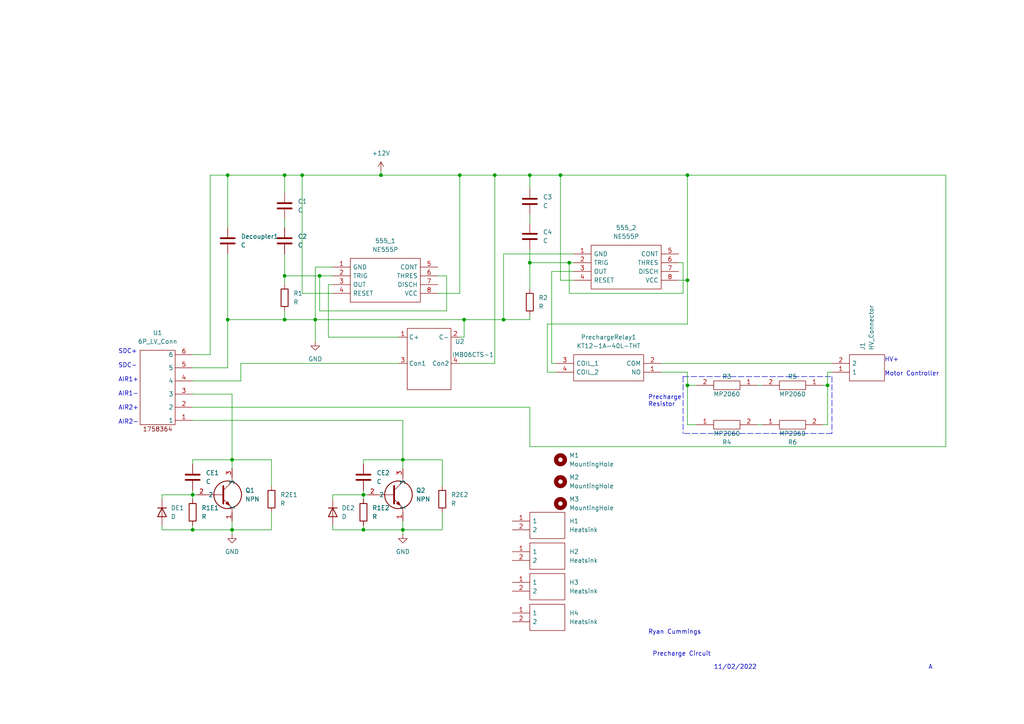
<source format=kicad_sch>
(kicad_sch (version 20211123) (generator eeschema)

  (uuid ced53d7b-13c5-472e-a9cd-2cbd3b652db1)

  (paper "A4")

  (lib_symbols
    (symbol "Device:C" (pin_numbers hide) (pin_names (offset 0.254)) (in_bom yes) (on_board yes)
      (property "Reference" "C" (id 0) (at 0.635 2.54 0)
        (effects (font (size 1.27 1.27)) (justify left))
      )
      (property "Value" "C" (id 1) (at 0.635 -2.54 0)
        (effects (font (size 1.27 1.27)) (justify left))
      )
      (property "Footprint" "" (id 2) (at 0.9652 -3.81 0)
        (effects (font (size 1.27 1.27)) hide)
      )
      (property "Datasheet" "~" (id 3) (at 0 0 0)
        (effects (font (size 1.27 1.27)) hide)
      )
      (property "ki_keywords" "cap capacitor" (id 4) (at 0 0 0)
        (effects (font (size 1.27 1.27)) hide)
      )
      (property "ki_description" "Unpolarized capacitor" (id 5) (at 0 0 0)
        (effects (font (size 1.27 1.27)) hide)
      )
      (property "ki_fp_filters" "C_*" (id 6) (at 0 0 0)
        (effects (font (size 1.27 1.27)) hide)
      )
      (symbol "C_0_1"
        (polyline
          (pts
            (xy -2.032 -0.762)
            (xy 2.032 -0.762)
          )
          (stroke (width 0.508) (type default) (color 0 0 0 0))
          (fill (type none))
        )
        (polyline
          (pts
            (xy -2.032 0.762)
            (xy 2.032 0.762)
          )
          (stroke (width 0.508) (type default) (color 0 0 0 0))
          (fill (type none))
        )
      )
      (symbol "C_1_1"
        (pin passive line (at 0 3.81 270) (length 2.794)
          (name "~" (effects (font (size 1.27 1.27))))
          (number "1" (effects (font (size 1.27 1.27))))
        )
        (pin passive line (at 0 -3.81 90) (length 2.794)
          (name "~" (effects (font (size 1.27 1.27))))
          (number "2" (effects (font (size 1.27 1.27))))
        )
      )
    )
    (symbol "Device:D" (pin_numbers hide) (pin_names (offset 1.016) hide) (in_bom yes) (on_board yes)
      (property "Reference" "D" (id 0) (at 0 2.54 0)
        (effects (font (size 1.27 1.27)))
      )
      (property "Value" "D" (id 1) (at 0 -2.54 0)
        (effects (font (size 1.27 1.27)))
      )
      (property "Footprint" "" (id 2) (at 0 0 0)
        (effects (font (size 1.27 1.27)) hide)
      )
      (property "Datasheet" "~" (id 3) (at 0 0 0)
        (effects (font (size 1.27 1.27)) hide)
      )
      (property "ki_keywords" "diode" (id 4) (at 0 0 0)
        (effects (font (size 1.27 1.27)) hide)
      )
      (property "ki_description" "Diode" (id 5) (at 0 0 0)
        (effects (font (size 1.27 1.27)) hide)
      )
      (property "ki_fp_filters" "TO-???* *_Diode_* *SingleDiode* D_*" (id 6) (at 0 0 0)
        (effects (font (size 1.27 1.27)) hide)
      )
      (symbol "D_0_1"
        (polyline
          (pts
            (xy -1.27 1.27)
            (xy -1.27 -1.27)
          )
          (stroke (width 0.254) (type default) (color 0 0 0 0))
          (fill (type none))
        )
        (polyline
          (pts
            (xy 1.27 0)
            (xy -1.27 0)
          )
          (stroke (width 0) (type default) (color 0 0 0 0))
          (fill (type none))
        )
        (polyline
          (pts
            (xy 1.27 1.27)
            (xy 1.27 -1.27)
            (xy -1.27 0)
            (xy 1.27 1.27)
          )
          (stroke (width 0.254) (type default) (color 0 0 0 0))
          (fill (type none))
        )
      )
      (symbol "D_1_1"
        (pin passive line (at -3.81 0 0) (length 2.54)
          (name "K" (effects (font (size 1.27 1.27))))
          (number "1" (effects (font (size 1.27 1.27))))
        )
        (pin passive line (at 3.81 0 180) (length 2.54)
          (name "A" (effects (font (size 1.27 1.27))))
          (number "2" (effects (font (size 1.27 1.27))))
        )
      )
    )
    (symbol "Device:R" (pin_numbers hide) (pin_names (offset 0)) (in_bom yes) (on_board yes)
      (property "Reference" "R" (id 0) (at 2.032 0 90)
        (effects (font (size 1.27 1.27)))
      )
      (property "Value" "R" (id 1) (at 0 0 90)
        (effects (font (size 1.27 1.27)))
      )
      (property "Footprint" "" (id 2) (at -1.778 0 90)
        (effects (font (size 1.27 1.27)) hide)
      )
      (property "Datasheet" "~" (id 3) (at 0 0 0)
        (effects (font (size 1.27 1.27)) hide)
      )
      (property "ki_keywords" "R res resistor" (id 4) (at 0 0 0)
        (effects (font (size 1.27 1.27)) hide)
      )
      (property "ki_description" "Resistor" (id 5) (at 0 0 0)
        (effects (font (size 1.27 1.27)) hide)
      )
      (property "ki_fp_filters" "R_*" (id 6) (at 0 0 0)
        (effects (font (size 1.27 1.27)) hide)
      )
      (symbol "R_0_1"
        (rectangle (start -1.016 -2.54) (end 1.016 2.54)
          (stroke (width 0.254) (type default) (color 0 0 0 0))
          (fill (type none))
        )
      )
      (symbol "R_1_1"
        (pin passive line (at 0 3.81 270) (length 1.27)
          (name "~" (effects (font (size 1.27 1.27))))
          (number "1" (effects (font (size 1.27 1.27))))
        )
        (pin passive line (at 0 -3.81 90) (length 1.27)
          (name "~" (effects (font (size 1.27 1.27))))
          (number "2" (effects (font (size 1.27 1.27))))
        )
      )
    )
    (symbol "Mechanical:MountingHole" (pin_names (offset 1.016)) (in_bom yes) (on_board yes)
      (property "Reference" "H" (id 0) (at 0 5.08 0)
        (effects (font (size 1.27 1.27)))
      )
      (property "Value" "MountingHole" (id 1) (at 0 3.175 0)
        (effects (font (size 1.27 1.27)))
      )
      (property "Footprint" "" (id 2) (at 0 0 0)
        (effects (font (size 1.27 1.27)) hide)
      )
      (property "Datasheet" "~" (id 3) (at 0 0 0)
        (effects (font (size 1.27 1.27)) hide)
      )
      (property "ki_keywords" "mounting hole" (id 4) (at 0 0 0)
        (effects (font (size 1.27 1.27)) hide)
      )
      (property "ki_description" "Mounting Hole without connection" (id 5) (at 0 0 0)
        (effects (font (size 1.27 1.27)) hide)
      )
      (property "ki_fp_filters" "MountingHole*" (id 6) (at 0 0 0)
        (effects (font (size 1.27 1.27)) hide)
      )
      (symbol "MountingHole_0_1"
        (circle (center 0 0) (radius 1.27)
          (stroke (width 1.27) (type default) (color 0 0 0 0))
          (fill (type none))
        )
      )
    )
    (symbol "SAE Parts:6P_LV_Conn" (in_bom yes) (on_board yes)
      (property "Reference" "U" (id 0) (at -1.27 1.27 0)
        (effects (font (size 1.27 1.27)))
      )
      (property "Value" "6P_LV_Conn" (id 1) (at -1.27 -1.27 0)
        (effects (font (size 1.27 1.27)))
      )
      (property "Footprint" "" (id 2) (at 0 0 0)
        (effects (font (size 1.27 1.27)) hide)
      )
      (property "Datasheet" "" (id 3) (at 0 0 0)
        (effects (font (size 1.27 1.27)) hide)
      )
      (symbol "6P_LV_Conn_0_0"
        (text "1758364" (at -1.27 -25.4 0)
          (effects (font (size 1.27 1.27)))
        )
        (pin passive line (at 8.89 -22.86 180) (length 5.08)
          (name "1" (effects (font (size 1.27 1.27))))
          (number "1" (effects (font (size 1.27 1.27))))
        )
        (pin passive line (at 8.89 -19.05 180) (length 5.08)
          (name "2" (effects (font (size 1.27 1.27))))
          (number "2" (effects (font (size 1.27 1.27))))
        )
        (pin passive line (at 8.89 -15.24 180) (length 5.08)
          (name "3" (effects (font (size 1.27 1.27))))
          (number "3" (effects (font (size 1.27 1.27))))
        )
        (pin passive line (at 8.89 -11.43 180) (length 5.08)
          (name "4" (effects (font (size 1.27 1.27))))
          (number "4" (effects (font (size 1.27 1.27))))
        )
        (pin passive line (at 8.89 -7.62 180) (length 5.08)
          (name "5" (effects (font (size 1.27 1.27))))
          (number "5" (effects (font (size 1.27 1.27))))
        )
        (pin passive line (at 8.89 -3.81 180) (length 5.08)
          (name "6" (effects (font (size 1.27 1.27))))
          (number "6" (effects (font (size 1.27 1.27))))
        )
      )
      (symbol "6P_LV_Conn_0_1"
        (polyline
          (pts
            (xy -6.35 -2.54)
            (xy 3.81 -2.54)
            (xy 3.81 -24.13)
            (xy -6.35 -24.13)
            (xy -6.35 -2.54)
          )
          (stroke (width 0.1524) (type default) (color 0 0 0 0))
          (fill (type none))
        )
      )
    )
    (symbol "SAE Parts:HV_Conn" (pin_names (offset 0.762)) (in_bom yes) (on_board yes)
      (property "Reference" "J" (id 0) (at 8.89 6.35 0)
        (effects (font (size 1.27 1.27)) (justify left))
      )
      (property "Value" "HV_Conn" (id 1) (at 6.35 3.81 0)
        (effects (font (size 1.27 1.27)) (justify left))
      )
      (property "Footprint" "" (id 2) (at 16.51 2.54 0)
        (effects (font (size 1.27 1.27)) (justify left) hide)
      )
      (property "Datasheet" "" (id 3) (at 16.51 0 0)
        (effects (font (size 1.27 1.27)) (justify left) hide)
      )
      (property "Description" "" (id 4) (at 16.51 -2.54 0)
        (effects (font (size 1.27 1.27)) (justify left) hide)
      )
      (property "Height" "" (id 5) (at 16.51 -5.08 0)
        (effects (font (size 1.27 1.27)) (justify left) hide)
      )
      (property "Mouser Part Number" "" (id 6) (at 16.51 -7.62 0)
        (effects (font (size 1.27 1.27)) (justify left) hide)
      )
      (property "Mouser Price/Stock" "" (id 7) (at 16.51 -10.16 0)
        (effects (font (size 1.27 1.27)) (justify left) hide)
      )
      (property "Manufacturer_Name" "" (id 8) (at 16.51 -12.7 0)
        (effects (font (size 1.27 1.27)) (justify left) hide)
      )
      (property "Manufacturer_Part_Number" "" (id 9) (at 16.51 -15.24 0)
        (effects (font (size 1.27 1.27)) (justify left) hide)
      )
      (property "ki_description" "PCB header, nominal cross section: 2.5 mm?, color: green, nominal current: 12 A, rated voltage (III/2): 630 V, contact surface: Tin, type of contact: Male connector, Number of potentials: 2, Number of rows: 1, Number of positions per row: 2, number of connections: 2, product range: GMSTB 2,5/..-GF, pitch: 7.62 mm, mounting: Wave soldering, conductor/PCB connection direction: 0 ?, pin layout: Linear pinning, solder pin [P]: 3.2 mm, Stecksystem: CLASSIC COMBICON, Locking: Screw locking, type of packaging: pac" (id 10) (at 0 0 0)
        (effects (font (size 1.27 1.27)) hide)
      )
      (symbol "HV_Conn_0_0"
        (pin passive line (at 20.32 0 180) (length 5.08)
          (name "1" (effects (font (size 1.27 1.27))))
          (number "1" (effects (font (size 1.27 1.27))))
        )
        (pin passive line (at 20.32 -2.54 180) (length 5.08)
          (name "2" (effects (font (size 1.27 1.27))))
          (number "2" (effects (font (size 1.27 1.27))))
        )
      )
      (symbol "HV_Conn_0_1"
        (polyline
          (pts
            (xy 5.08 2.54)
            (xy 15.24 2.54)
            (xy 15.24 -5.08)
            (xy 5.08 -5.08)
            (xy 5.08 2.54)
          )
          (stroke (width 0.1524) (type default) (color 0 0 0 0))
          (fill (type none))
        )
      )
    )
    (symbol "SAE Parts:Heatsink" (pin_names (offset 0.762)) (in_bom yes) (on_board yes)
      (property "Reference" "H" (id 0) (at 16.51 7.62 0)
        (effects (font (size 1.27 1.27)) (justify left))
      )
      (property "Value" "Heatsink" (id 1) (at 16.51 5.08 0)
        (effects (font (size 1.27 1.27)) (justify left))
      )
      (property "Footprint" "" (id 2) (at 16.51 2.54 0)
        (effects (font (size 1.27 1.27)) (justify left) hide)
      )
      (property "Datasheet" "" (id 3) (at 16.51 0 0)
        (effects (font (size 1.27 1.27)) (justify left) hide)
      )
      (property "Description" "" (id 4) (at 16.51 -2.54 0)
        (effects (font (size 1.27 1.27)) (justify left) hide)
      )
      (property "Height" "" (id 5) (at 16.51 -5.08 0)
        (effects (font (size 1.27 1.27)) (justify left) hide)
      )
      (property "Mouser Part Number" "" (id 6) (at 16.51 -7.62 0)
        (effects (font (size 1.27 1.27)) (justify left) hide)
      )
      (property "Mouser Price/Stock" "" (id 7) (at 16.51 -10.16 0)
        (effects (font (size 1.27 1.27)) (justify left) hide)
      )
      (property "Manufacturer_Name" "" (id 8) (at 16.51 -12.7 0)
        (effects (font (size 1.27 1.27)) (justify left) hide)
      )
      (property "Manufacturer_Part_Number" "" (id 9) (at 16.51 -15.24 0)
        (effects (font (size 1.27 1.27)) (justify left) hide)
      )
      (property "ki_description" "AAVID THERMALLOY - 7136DG - HEAT SINK" (id 10) (at 0 0 0)
        (effects (font (size 1.27 1.27)) hide)
      )
      (symbol "Heatsink_0_0"
        (pin passive line (at 0 0 0) (length 5.08)
          (name "1" (effects (font (size 1.27 1.27))))
          (number "1" (effects (font (size 1.27 1.27))))
        )
        (pin passive line (at 0 -2.54 0) (length 5.08)
          (name "2" (effects (font (size 1.27 1.27))))
          (number "2" (effects (font (size 1.27 1.27))))
        )
      )
      (symbol "Heatsink_0_1"
        (polyline
          (pts
            (xy 5.08 2.54)
            (xy 15.24 2.54)
            (xy 15.24 -5.08)
            (xy 5.08 -5.08)
            (xy 5.08 2.54)
          )
          (stroke (width 0.1524) (type default) (color 0 0 0 0))
          (fill (type none))
        )
      )
    )
    (symbol "SAE Parts:IMB06CTS-1" (in_bom yes) (on_board yes)
      (property "Reference" "U" (id 0) (at 0 0 0)
        (effects (font (size 1.27 1.27)))
      )
      (property "Value" "IMB06CTS-1" (id 1) (at 0 -2.54 0)
        (effects (font (size 1.27 1.27)))
      )
      (property "Footprint" "" (id 2) (at 0 -2.54 0)
        (effects (font (size 1.27 1.27)) hide)
      )
      (property "Datasheet" "" (id 3) (at 0 -2.54 0)
        (effects (font (size 1.27 1.27)) hide)
      )
      (symbol "IMB06CTS-1_0_1"
        (rectangle (start -6.35 5.08) (end 6.35 -12.7)
          (stroke (width 0) (type default) (color 0 0 0 0))
          (fill (type none))
        )
      )
      (symbol "IMB06CTS-1_1_1"
        (pin input line (at -8.89 2.54 0) (length 2.54)
          (name "C+" (effects (font (size 1.27 1.27))))
          (number "1" (effects (font (size 1.27 1.27))))
        )
        (pin input line (at 8.89 2.54 180) (length 2.54)
          (name "C-" (effects (font (size 1.27 1.27))))
          (number "2" (effects (font (size 1.27 1.27))))
        )
        (pin unspecified line (at -8.89 -5.08 0) (length 2.54)
          (name "Con1" (effects (font (size 1.27 1.27))))
          (number "3" (effects (font (size 1.27 1.27))))
        )
        (pin unspecified line (at 8.89 -5.08 180) (length 2.54)
          (name "Con2" (effects (font (size 1.27 1.27))))
          (number "4" (effects (font (size 1.27 1.27))))
        )
      )
    )
    (symbol "SAE Parts:KT12-1A-40L-THT" (pin_names (offset 0.762)) (in_bom yes) (on_board yes)
      (property "Reference" "IC" (id 0) (at 26.67 7.62 0)
        (effects (font (size 1.27 1.27)) (justify left))
      )
      (property "Value" "KT12-1A-40L-THT" (id 1) (at 26.67 5.08 0)
        (effects (font (size 1.27 1.27)) (justify left))
      )
      (property "Footprint" "KT121A40LTHT" (id 2) (at 26.67 2.54 0)
        (effects (font (size 1.27 1.27)) (justify left) hide)
      )
      (property "Datasheet" "https://standexelectronics.com/resources/technical-library/technical-papers/datasheet-kt-series-reed-relay/" (id 3) (at 26.67 0 0)
        (effects (font (size 1.27 1.27)) (justify left) hide)
      )
      (property "Description" "Reed Relays 1 Form A SPST-NO 12V THT High IR" (id 4) (at 26.67 -2.54 0)
        (effects (font (size 1.27 1.27)) (justify left) hide)
      )
      (property "Height" "8.7" (id 5) (at 26.67 -5.08 0)
        (effects (font (size 1.27 1.27)) (justify left) hide)
      )
      (property "Mouser Part Number" "876-KT12-1A-40L-THT" (id 6) (at 26.67 -7.62 0)
        (effects (font (size 1.27 1.27)) (justify left) hide)
      )
      (property "Mouser Price/Stock" "" (id 7) (at 26.67 -10.16 0)
        (effects (font (size 1.27 1.27)) (justify left) hide)
      )
      (property "Manufacturer_Name" "Standex Electronics" (id 8) (at 26.67 -12.7 0)
        (effects (font (size 1.27 1.27)) (justify left) hide)
      )
      (property "Manufacturer_Part_Number" "KT12-1A-40L-THT" (id 9) (at 26.67 -15.24 0)
        (effects (font (size 1.27 1.27)) (justify left) hide)
      )
      (property "ki_description" "Reed Relays 1 Form A SPST-NO 12V THT High IR" (id 10) (at 0 0 0)
        (effects (font (size 1.27 1.27)) hide)
      )
      (symbol "KT12-1A-40L-THT_0_0"
        (pin passive line (at 0 0 0) (length 5.08)
          (name "NO" (effects (font (size 1.27 1.27))))
          (number "1" (effects (font (size 1.27 1.27))))
        )
        (pin passive line (at 0 -2.54 0) (length 5.08)
          (name "COM" (effects (font (size 1.27 1.27))))
          (number "2" (effects (font (size 1.27 1.27))))
        )
        (pin passive line (at 30.48 -2.54 180) (length 5.08)
          (name "COIL_1" (effects (font (size 1.27 1.27))))
          (number "3" (effects (font (size 1.27 1.27))))
        )
        (pin passive line (at 30.48 0 180) (length 5.08)
          (name "COIL_2" (effects (font (size 1.27 1.27))))
          (number "4" (effects (font (size 1.27 1.27))))
        )
      )
      (symbol "KT12-1A-40L-THT_0_1"
        (polyline
          (pts
            (xy 5.08 2.54)
            (xy 25.4 2.54)
            (xy 25.4 -5.08)
            (xy 5.08 -5.08)
            (xy 5.08 2.54)
          )
          (stroke (width 0.1524) (type default) (color 0 0 0 0))
          (fill (type none))
        )
      )
    )
    (symbol "SAE Parts:MP2060" (pin_names (offset 0.762)) (in_bom yes) (on_board yes)
      (property "Reference" "R" (id 0) (at 7.62 5.08 0)
        (effects (font (size 1.27 1.27)) (justify left))
      )
      (property "Value" "MP2060" (id 1) (at 5.08 2.54 0)
        (effects (font (size 1.27 1.27)) (justify left))
      )
      (property "Footprint" "" (id 2) (at 13.97 1.27 0)
        (effects (font (size 1.27 1.27)) (justify left) hide)
      )
      (property "Datasheet" "" (id 3) (at 13.97 -1.27 0)
        (effects (font (size 1.27 1.27)) (justify left) hide)
      )
      (property "Description" "" (id 4) (at 13.97 -3.81 0)
        (effects (font (size 1.27 1.27)) (justify left) hide)
      )
      (property "Height" "" (id 5) (at 13.97 -6.35 0)
        (effects (font (size 1.27 1.27)) (justify left) hide)
      )
      (property "Mouser Part Number" "" (id 6) (at 13.97 -8.89 0)
        (effects (font (size 1.27 1.27)) (justify left) hide)
      )
      (property "Mouser Price/Stock" "" (id 7) (at 13.97 -11.43 0)
        (effects (font (size 1.27 1.27)) (justify left) hide)
      )
      (property "Manufacturer_Name" "" (id 8) (at 13.97 -13.97 0)
        (effects (font (size 1.27 1.27)) (justify left) hide)
      )
      (property "Manufacturer_Part_Number" "" (id 9) (at 13.97 -16.51 0)
        (effects (font (size 1.27 1.27)) (justify left) hide)
      )
      (property "ki_description" "Thick Film Resistors - Through Hole 500 ohm 60W 1% TO-220 PKG CLIP MNT" (id 10) (at 0 0 0)
        (effects (font (size 1.27 1.27)) hide)
      )
      (symbol "MP2060_0_0"
        (pin passive line (at 0 0 0) (length 5.08)
          (name "~" (effects (font (size 1.27 1.27))))
          (number "1" (effects (font (size 1.27 1.27))))
        )
        (pin passive line (at 17.78 0 180) (length 5.08)
          (name "~" (effects (font (size 1.27 1.27))))
          (number "2" (effects (font (size 1.27 1.27))))
        )
      )
      (symbol "MP2060_0_1"
        (polyline
          (pts
            (xy 5.08 1.27)
            (xy 12.7 1.27)
            (xy 12.7 -1.27)
            (xy 5.08 -1.27)
            (xy 5.08 1.27)
          )
          (stroke (width 0.1524) (type default) (color 0 0 0 0))
          (fill (type none))
        )
      )
    )
    (symbol "SAE Parts:NE555P" (pin_names (offset 0.762)) (in_bom yes) (on_board yes)
      (property "Reference" "IC" (id 0) (at 26.67 7.62 0)
        (effects (font (size 1.27 1.27)) (justify left))
      )
      (property "Value" "NE555P" (id 1) (at 26.67 5.08 0)
        (effects (font (size 1.27 1.27)) (justify left))
      )
      (property "Footprint" "DIP794W53P254L959H508Q8N" (id 2) (at 26.67 2.54 0)
        (effects (font (size 1.27 1.27)) (justify left) hide)
      )
      (property "Datasheet" "http://www.ti.com/lit/ds/symlink/ne555.pdf" (id 3) (at 26.67 0 0)
        (effects (font (size 1.27 1.27)) (justify left) hide)
      )
      (property "Description" "Precision timer,NE555P 0.5MHz DIL8 Texas Instruments NE555P, Precision Timer, 4.5  16 V, 8-Pin PDIP" (id 4) (at 26.67 -2.54 0)
        (effects (font (size 1.27 1.27)) (justify left) hide)
      )
      (property "Height" "5.08" (id 5) (at 26.67 -5.08 0)
        (effects (font (size 1.27 1.27)) (justify left) hide)
      )
      (property "Mouser Part Number" "595-NE555P" (id 6) (at 26.67 -7.62 0)
        (effects (font (size 1.27 1.27)) (justify left) hide)
      )
      (property "Mouser Price/Stock" "https://www.mouser.co.uk/ProductDetail/Texas-Instruments/NE555P?qs=rkhjVJ6%2F3EIf4CWgjIKuKQ%3D%3D" (id 7) (at 26.67 -10.16 0)
        (effects (font (size 1.27 1.27)) (justify left) hide)
      )
      (property "Manufacturer_Name" "Texas Instruments" (id 8) (at 26.67 -12.7 0)
        (effects (font (size 1.27 1.27)) (justify left) hide)
      )
      (property "Manufacturer_Part_Number" "NE555P" (id 9) (at 26.67 -15.24 0)
        (effects (font (size 1.27 1.27)) (justify left) hide)
      )
      (property "ki_description" "Precision timer,NE555P 0.5MHz DIL8 Texas Instruments NE555P, Precision Timer, 4.5  16 V, 8-Pin PDIP" (id 10) (at 0 0 0)
        (effects (font (size 1.27 1.27)) hide)
      )
      (symbol "NE555P_0_0"
        (pin passive line (at 0 0 0) (length 5.08)
          (name "GND" (effects (font (size 1.27 1.27))))
          (number "1" (effects (font (size 1.27 1.27))))
        )
        (pin passive line (at 0 -2.54 0) (length 5.08)
          (name "TRIG" (effects (font (size 1.27 1.27))))
          (number "2" (effects (font (size 1.27 1.27))))
        )
        (pin passive line (at 0 -5.08 0) (length 5.08)
          (name "OUT" (effects (font (size 1.27 1.27))))
          (number "3" (effects (font (size 1.27 1.27))))
        )
        (pin passive line (at 0 -7.62 0) (length 5.08)
          (name "RESET" (effects (font (size 1.27 1.27))))
          (number "4" (effects (font (size 1.27 1.27))))
        )
        (pin passive line (at 30.48 0 180) (length 5.08)
          (name "CONT" (effects (font (size 1.27 1.27))))
          (number "5" (effects (font (size 1.27 1.27))))
        )
        (pin passive line (at 30.48 -2.54 180) (length 5.08)
          (name "THRES" (effects (font (size 1.27 1.27))))
          (number "6" (effects (font (size 1.27 1.27))))
        )
        (pin passive line (at 30.48 -5.08 180) (length 5.08)
          (name "DISCH" (effects (font (size 1.27 1.27))))
          (number "7" (effects (font (size 1.27 1.27))))
        )
        (pin passive line (at 30.48 -7.62 180) (length 5.08)
          (name "VCC" (effects (font (size 1.27 1.27))))
          (number "8" (effects (font (size 1.27 1.27))))
        )
      )
      (symbol "NE555P_0_1"
        (polyline
          (pts
            (xy 5.08 2.54)
            (xy 25.4 2.54)
            (xy 25.4 -10.16)
            (xy 5.08 -10.16)
            (xy 5.08 2.54)
          )
          (stroke (width 0.1524) (type default) (color 0 0 0 0))
          (fill (type none))
        )
      )
    )
    (symbol "SAE Parts:NPN" (pin_names (offset 0.762)) (in_bom yes) (on_board yes)
      (property "Reference" "Q1" (id 0) (at 13.97 1.2701 0)
        (effects (font (size 1.27 1.27)) (justify left))
      )
      (property "Value" "NPN" (id 1) (at 13.97 -1.2699 0)
        (effects (font (size 1.27 1.27)) (justify left))
      )
      (property "Footprint" "" (id 2) (at 13.97 -3.81 0)
        (effects (font (size 1.27 1.27)) (justify left) hide)
      )
      (property "Datasheet" "" (id 3) (at 13.97 -6.35 0)
        (effects (font (size 1.27 1.27)) (justify left) hide)
      )
      (property "Description" "" (id 4) (at 13.97 -8.89 0)
        (effects (font (size 1.27 1.27)) (justify left) hide)
      )
      (property "Height" "" (id 5) (at 13.97 -11.43 0)
        (effects (font (size 1.27 1.27)) (justify left) hide)
      )
      (property "Mouser Part Number" "" (id 6) (at 13.97 -13.97 0)
        (effects (font (size 1.27 1.27)) (justify left) hide)
      )
      (property "Mouser Price/Stock" "" (id 7) (at 13.97 -16.51 0)
        (effects (font (size 1.27 1.27)) (justify left) hide)
      )
      (property "Manufacturer_Name" "" (id 8) (at 13.97 -19.05 0)
        (effects (font (size 1.27 1.27)) (justify left) hide)
      )
      (property "Manufacturer_Part_Number" "" (id 9) (at 13.97 -21.59 0)
        (effects (font (size 1.27 1.27)) (justify left) hide)
      )
      (property "ki_description" "Bipolar Transistors - BJT 7A 200V 60W NPN" (id 10) (at 0 0 0)
        (effects (font (size 1.27 1.27)) hide)
      )
      (symbol "NPN_0_0"
        (pin passive line (at 10.16 -7.62 90) (length 2.54)
          (name "1" (effects (font (size 1.27 1.27))))
          (number "1" (effects (font (size 1.27 1.27))))
        )
        (pin passive line (at 0 0 0) (length 2.54)
          (name "2" (effects (font (size 1.27 1.27))))
          (number "2" (effects (font (size 1.27 1.27))))
        )
        (pin passive line (at 10.16 7.62 270) (length 2.54)
          (name "3" (effects (font (size 1.27 1.27))))
          (number "3" (effects (font (size 1.27 1.27))))
        )
      )
      (symbol "NPN_0_1"
        (polyline
          (pts
            (xy 2.54 0)
            (xy 7.62 0)
          )
          (stroke (width 0.1524) (type default) (color 0 0 0 0))
          (fill (type none))
        )
        (polyline
          (pts
            (xy 7.62 -1.27)
            (xy 10.16 -3.81)
          )
          (stroke (width 0.1524) (type default) (color 0 0 0 0))
          (fill (type none))
        )
        (polyline
          (pts
            (xy 7.62 1.27)
            (xy 10.16 3.81)
          )
          (stroke (width 0.1524) (type default) (color 0 0 0 0))
          (fill (type none))
        )
        (polyline
          (pts
            (xy 7.62 2.54)
            (xy 7.62 -2.54)
          )
          (stroke (width 0.508) (type default) (color 0 0 0 0))
          (fill (type none))
        )
        (polyline
          (pts
            (xy 10.16 -3.81)
            (xy 10.16 -5.08)
          )
          (stroke (width 0.1524) (type default) (color 0 0 0 0))
          (fill (type none))
        )
        (polyline
          (pts
            (xy 10.16 3.81)
            (xy 10.16 5.08)
          )
          (stroke (width 0.1524) (type default) (color 0 0 0 0))
          (fill (type none))
        )
        (polyline
          (pts
            (xy 8.382 -2.54)
            (xy 8.89 -2.032)
            (xy 9.398 -3.048)
            (xy 8.382 -2.54)
          )
          (stroke (width 0.254) (type default) (color 0 0 0 0))
          (fill (type outline))
        )
        (circle (center 8.89 0) (radius 4.0132)
          (stroke (width 0.254) (type default) (color 0 0 0 0))
          (fill (type none))
        )
      )
    )
    (symbol "power:+12V" (power) (pin_names (offset 0)) (in_bom yes) (on_board yes)
      (property "Reference" "#PWR" (id 0) (at 0 -3.81 0)
        (effects (font (size 1.27 1.27)) hide)
      )
      (property "Value" "+12V" (id 1) (at 0 3.556 0)
        (effects (font (size 1.27 1.27)))
      )
      (property "Footprint" "" (id 2) (at 0 0 0)
        (effects (font (size 1.27 1.27)) hide)
      )
      (property "Datasheet" "" (id 3) (at 0 0 0)
        (effects (font (size 1.27 1.27)) hide)
      )
      (property "ki_keywords" "power-flag" (id 4) (at 0 0 0)
        (effects (font (size 1.27 1.27)) hide)
      )
      (property "ki_description" "Power symbol creates a global label with name \"+12V\"" (id 5) (at 0 0 0)
        (effects (font (size 1.27 1.27)) hide)
      )
      (symbol "+12V_0_1"
        (polyline
          (pts
            (xy -0.762 1.27)
            (xy 0 2.54)
          )
          (stroke (width 0) (type default) (color 0 0 0 0))
          (fill (type none))
        )
        (polyline
          (pts
            (xy 0 0)
            (xy 0 2.54)
          )
          (stroke (width 0) (type default) (color 0 0 0 0))
          (fill (type none))
        )
        (polyline
          (pts
            (xy 0 2.54)
            (xy 0.762 1.27)
          )
          (stroke (width 0) (type default) (color 0 0 0 0))
          (fill (type none))
        )
      )
      (symbol "+12V_1_1"
        (pin power_in line (at 0 0 90) (length 0) hide
          (name "+12V" (effects (font (size 1.27 1.27))))
          (number "1" (effects (font (size 1.27 1.27))))
        )
      )
    )
    (symbol "power:GND" (power) (pin_names (offset 0)) (in_bom yes) (on_board yes)
      (property "Reference" "#PWR" (id 0) (at 0 -6.35 0)
        (effects (font (size 1.27 1.27)) hide)
      )
      (property "Value" "GND" (id 1) (at 0 -3.81 0)
        (effects (font (size 1.27 1.27)))
      )
      (property "Footprint" "" (id 2) (at 0 0 0)
        (effects (font (size 1.27 1.27)) hide)
      )
      (property "Datasheet" "" (id 3) (at 0 0 0)
        (effects (font (size 1.27 1.27)) hide)
      )
      (property "ki_keywords" "power-flag" (id 4) (at 0 0 0)
        (effects (font (size 1.27 1.27)) hide)
      )
      (property "ki_description" "Power symbol creates a global label with name \"GND\" , ground" (id 5) (at 0 0 0)
        (effects (font (size 1.27 1.27)) hide)
      )
      (symbol "GND_0_1"
        (polyline
          (pts
            (xy 0 0)
            (xy 0 -1.27)
            (xy 1.27 -1.27)
            (xy 0 -2.54)
            (xy -1.27 -1.27)
            (xy 0 -1.27)
          )
          (stroke (width 0) (type default) (color 0 0 0 0))
          (fill (type none))
        )
      )
      (symbol "GND_1_1"
        (pin power_in line (at 0 0 270) (length 0) hide
          (name "GND" (effects (font (size 1.27 1.27))))
          (number "1" (effects (font (size 1.27 1.27))))
        )
      )
    )
  )

  (junction (at 82.55 50.8) (diameter 0) (color 0 0 0 0)
    (uuid 0265d799-5ec0-41c4-8998-f89a2bce1fae)
  )
  (junction (at 66.04 92.71) (diameter 0) (color 0 0 0 0)
    (uuid 142e10f9-ea44-49d2-a4d2-3b80514d9f8c)
  )
  (junction (at 153.67 50.8) (diameter 0) (color 0 0 0 0)
    (uuid 23c69468-bfe5-42e7-903a-850811235650)
  )
  (junction (at 110.49 50.8) (diameter 0) (color 0 0 0 0)
    (uuid 2d054a5b-0168-43d0-9921-66922777dab7)
  )
  (junction (at 87.63 50.8) (diameter 0) (color 0 0 0 0)
    (uuid 2ffcaa7f-348c-4c62-9d97-69662a0af3c6)
  )
  (junction (at 162.56 50.8) (diameter 0) (color 0 0 0 0)
    (uuid 36409b8c-d28b-447e-95bb-7c7f6c4d6dc5)
  )
  (junction (at 199.39 50.8) (diameter 0) (color 0 0 0 0)
    (uuid 3ff11c14-c3b8-4bdf-a30d-fc695322d55c)
  )
  (junction (at 66.04 50.8) (diameter 0) (color 0 0 0 0)
    (uuid 429f2b4b-209e-44a2-98d0-01fe45f8c5fc)
  )
  (junction (at 240.03 111.76) (diameter 0) (color 0 0 0 0)
    (uuid 5eecff8b-500a-400e-b502-b2e35fab7acd)
  )
  (junction (at 82.55 92.71) (diameter 0) (color 0 0 0 0)
    (uuid 6d8e1806-2fa5-443e-9bc4-7b51e25aef89)
  )
  (junction (at 116.84 133.35) (diameter 0) (color 0 0 0 0)
    (uuid 6f95799d-7e17-40f5-a0bb-c09606073485)
  )
  (junction (at 55.88 153.67) (diameter 0) (color 0 0 0 0)
    (uuid 6fe0c8ef-4cd6-4753-8c74-4dd4fd9e8664)
  )
  (junction (at 133.35 50.8) (diameter 0) (color 0 0 0 0)
    (uuid 79b10429-39b5-4a69-8e7d-aa5d40a896dc)
  )
  (junction (at 67.31 153.67) (diameter 0) (color 0 0 0 0)
    (uuid 81bb0f59-c771-4610-ab54-d21d264e2e03)
  )
  (junction (at 116.84 153.67) (diameter 0) (color 0 0 0 0)
    (uuid 97589f61-da87-43c0-996d-213240d98084)
  )
  (junction (at 55.88 143.51) (diameter 0) (color 0 0 0 0)
    (uuid a467fea3-eedb-49a8-96f1-f94d99cdf3dd)
  )
  (junction (at 105.41 143.51) (diameter 0) (color 0 0 0 0)
    (uuid b977d8bf-0897-43d5-a399-120fea80b10b)
  )
  (junction (at 199.39 111.76) (diameter 0) (color 0 0 0 0)
    (uuid c0eeb37d-56bf-47a9-95a6-fc781e5439f9)
  )
  (junction (at 199.39 81.28) (diameter 0) (color 0 0 0 0)
    (uuid ca1d61b1-f0f3-43ee-a79e-2b15c01706fc)
  )
  (junction (at 134.62 92.71) (diameter 0) (color 0 0 0 0)
    (uuid cec1815b-efe7-4595-bbdd-20c3ff19b22c)
  )
  (junction (at 165.1 76.2) (diameter 0) (color 0 0 0 0)
    (uuid d6764bdb-1cbf-4307-8e77-d129f076e6dc)
  )
  (junction (at 105.41 153.67) (diameter 0) (color 0 0 0 0)
    (uuid d703f103-b095-4261-8130-0de149fdde6f)
  )
  (junction (at 146.05 92.71) (diameter 0) (color 0 0 0 0)
    (uuid e3b8bf69-e5e4-4b3c-b49b-13b302772c12)
  )
  (junction (at 92.71 80.01) (diameter 0) (color 0 0 0 0)
    (uuid ea6b8655-3ea5-473d-a61d-8ee1363bb150)
  )
  (junction (at 153.67 76.2) (diameter 0) (color 0 0 0 0)
    (uuid f1c757f3-b04e-4b49-9ab6-94cb0e12a3ec)
  )
  (junction (at 91.44 92.71) (diameter 0) (color 0 0 0 0)
    (uuid f31bf6d7-6ce7-4be6-ad44-090504e61802)
  )
  (junction (at 143.51 50.8) (diameter 0) (color 0 0 0 0)
    (uuid f353d3ca-2d4a-4c04-8e13-d76351383cd1)
  )
  (junction (at 82.55 80.01) (diameter 0) (color 0 0 0 0)
    (uuid f5ac5cc6-8258-47c3-a27e-51607119e225)
  )
  (junction (at 67.31 133.35) (diameter 0) (color 0 0 0 0)
    (uuid fa83e21e-ae5b-4bf9-a309-3f9adb1f554b)
  )

  (wire (pts (xy 153.67 129.54) (xy 153.67 118.11))
    (stroke (width 0) (type default) (color 0 0 0 0))
    (uuid 007e4362-9df9-4722-b2b4-7a26bd1e2c6d)
  )
  (wire (pts (xy 92.71 80.01) (xy 92.71 90.17))
    (stroke (width 0) (type default) (color 0 0 0 0))
    (uuid 00fc4ea4-fd49-4857-b36a-72cc4a5c604c)
  )
  (wire (pts (xy 55.88 143.51) (xy 55.88 144.78))
    (stroke (width 0) (type default) (color 0 0 0 0))
    (uuid 020cf481-785e-42bc-bf34-e44ee625339a)
  )
  (wire (pts (xy 166.37 76.2) (xy 165.1 76.2))
    (stroke (width 0) (type default) (color 0 0 0 0))
    (uuid 02c931b7-4772-4319-b54c-90f352b7fc2b)
  )
  (wire (pts (xy 129.54 80.01) (xy 127 80.01))
    (stroke (width 0) (type default) (color 0 0 0 0))
    (uuid 064a4601-bd8b-4522-865d-7e7d5249cc06)
  )
  (wire (pts (xy 146.05 73.66) (xy 146.05 92.71))
    (stroke (width 0) (type default) (color 0 0 0 0))
    (uuid 06667ce6-646f-42b2-add4-6f61ed31f5f8)
  )
  (wire (pts (xy 96.52 153.67) (xy 105.41 153.67))
    (stroke (width 0) (type default) (color 0 0 0 0))
    (uuid 0a950af4-6b61-4ef4-b3ca-4528d0ccc40d)
  )
  (wire (pts (xy 196.85 81.28) (xy 199.39 81.28))
    (stroke (width 0) (type default) (color 0 0 0 0))
    (uuid 0bfe6ece-25a8-446c-91ef-0dba34323c0c)
  )
  (wire (pts (xy 134.62 97.79) (xy 134.62 92.71))
    (stroke (width 0) (type default) (color 0 0 0 0))
    (uuid 0c0954e9-3076-48ce-85ef-81549742f854)
  )
  (wire (pts (xy 238.76 111.76) (xy 240.03 111.76))
    (stroke (width 0) (type default) (color 0 0 0 0))
    (uuid 0fddde7a-e929-47a1-a519-477447e1bb8c)
  )
  (wire (pts (xy 165.1 85.09) (xy 198.12 85.09))
    (stroke (width 0) (type default) (color 0 0 0 0))
    (uuid 10169880-63cd-458c-906a-7a6ac6893f0b)
  )
  (wire (pts (xy 274.32 50.8) (xy 274.32 129.54))
    (stroke (width 0) (type default) (color 0 0 0 0))
    (uuid 124ad421-99cd-4039-b446-f8fcb6e22497)
  )
  (wire (pts (xy 66.04 92.71) (xy 82.55 92.71))
    (stroke (width 0) (type default) (color 0 0 0 0))
    (uuid 13b10291-3d3e-490a-adf4-526fc62d3f8f)
  )
  (wire (pts (xy 78.74 148.59) (xy 78.74 153.67))
    (stroke (width 0) (type default) (color 0 0 0 0))
    (uuid 15e51238-fb5d-4937-9370-039f0ec14e77)
  )
  (wire (pts (xy 143.51 50.8) (xy 153.67 50.8))
    (stroke (width 0) (type default) (color 0 0 0 0))
    (uuid 1729eab9-5fd6-4594-b794-a33273c53545)
  )
  (wire (pts (xy 105.41 134.62) (xy 105.41 133.35))
    (stroke (width 0) (type default) (color 0 0 0 0))
    (uuid 1a78a380-50f0-429c-a08f-cf06a0f1fe58)
  )
  (wire (pts (xy 55.88 102.87) (xy 60.96 102.87))
    (stroke (width 0) (type default) (color 0 0 0 0))
    (uuid 1b2ff54e-a1cc-47a2-80d1-2a07330f2258)
  )
  (wire (pts (xy 115.57 97.79) (xy 95.25 97.79))
    (stroke (width 0) (type default) (color 0 0 0 0))
    (uuid 20cb8742-890a-4a33-8b79-202580b37414)
  )
  (wire (pts (xy 92.71 90.17) (xy 129.54 90.17))
    (stroke (width 0) (type default) (color 0 0 0 0))
    (uuid 210c9dc1-929b-4b73-9bfb-ddce36152066)
  )
  (wire (pts (xy 91.44 92.71) (xy 134.62 92.71))
    (stroke (width 0) (type default) (color 0 0 0 0))
    (uuid 237d4c81-5872-41eb-ac6b-fcd85cf1925b)
  )
  (wire (pts (xy 96.52 152.4) (xy 96.52 153.67))
    (stroke (width 0) (type default) (color 0 0 0 0))
    (uuid 2524737f-6e27-4728-b0e5-195ba93ee1d3)
  )
  (wire (pts (xy 240.03 123.19) (xy 240.03 111.76))
    (stroke (width 0) (type default) (color 0 0 0 0))
    (uuid 260883f5-8db0-4433-bbbd-3859333a23ac)
  )
  (wire (pts (xy 96.52 80.01) (xy 92.71 80.01))
    (stroke (width 0) (type default) (color 0 0 0 0))
    (uuid 2a1300fd-4929-40d7-b9a5-593a2fa49b7a)
  )
  (wire (pts (xy 158.75 93.98) (xy 158.75 107.95))
    (stroke (width 0) (type default) (color 0 0 0 0))
    (uuid 2c2628e9-914a-45df-ba11-304800caf60b)
  )
  (wire (pts (xy 46.99 143.51) (xy 55.88 143.51))
    (stroke (width 0) (type default) (color 0 0 0 0))
    (uuid 2ccd6527-ccb6-4a91-b6d0-cf2a7c3d3e43)
  )
  (wire (pts (xy 199.39 111.76) (xy 201.93 111.76))
    (stroke (width 0) (type default) (color 0 0 0 0))
    (uuid 2d50d7d1-8855-470d-bad2-634051655c51)
  )
  (wire (pts (xy 66.04 66.04) (xy 66.04 50.8))
    (stroke (width 0) (type default) (color 0 0 0 0))
    (uuid 2e04a586-6297-4ce9-87ef-29014d02875a)
  )
  (polyline (pts (xy 198.12 109.22) (xy 241.3 109.22))
    (stroke (width 0) (type default) (color 0 0 0 0))
    (uuid 30d8d4c2-e457-4c94-beb5-abf1d09be8cf)
  )

  (wire (pts (xy 96.52 143.51) (xy 105.41 143.51))
    (stroke (width 0) (type default) (color 0 0 0 0))
    (uuid 31980311-f248-443e-aec4-4cdf864989e0)
  )
  (wire (pts (xy 146.05 92.71) (xy 153.67 92.71))
    (stroke (width 0) (type default) (color 0 0 0 0))
    (uuid 330e39f3-74d0-4c6b-9783-1f5ae8586d6b)
  )
  (wire (pts (xy 153.67 76.2) (xy 153.67 83.82))
    (stroke (width 0) (type default) (color 0 0 0 0))
    (uuid 3377436b-0732-4c0a-92a0-812d2af0ebd9)
  )
  (wire (pts (xy 238.76 123.19) (xy 240.03 123.19))
    (stroke (width 0) (type default) (color 0 0 0 0))
    (uuid 35f1f050-a8f9-4f18-bd2d-405563acbbc9)
  )
  (wire (pts (xy 160.02 105.41) (xy 161.29 105.41))
    (stroke (width 0) (type default) (color 0 0 0 0))
    (uuid 367cd876-b2ac-4d34-a9d3-dd85bab5a2bd)
  )
  (wire (pts (xy 78.74 153.67) (xy 67.31 153.67))
    (stroke (width 0) (type default) (color 0 0 0 0))
    (uuid 378b8efb-e81b-42ec-8363-d555886985c0)
  )
  (wire (pts (xy 91.44 92.71) (xy 91.44 99.06))
    (stroke (width 0) (type default) (color 0 0 0 0))
    (uuid 4007a6cd-c45b-4e65-937d-c2ace972ac41)
  )
  (wire (pts (xy 69.85 105.41) (xy 115.57 105.41))
    (stroke (width 0) (type default) (color 0 0 0 0))
    (uuid 406f62e9-d1b3-4481-8cd4-b7673aa25130)
  )
  (wire (pts (xy 199.39 81.28) (xy 199.39 50.8))
    (stroke (width 0) (type default) (color 0 0 0 0))
    (uuid 40c7b59f-53f3-426a-9f3f-7f4d6b757d11)
  )
  (wire (pts (xy 46.99 152.4) (xy 46.99 153.67))
    (stroke (width 0) (type default) (color 0 0 0 0))
    (uuid 429973df-d6c9-4c27-9da2-8171bb43e9bf)
  )
  (wire (pts (xy 198.12 85.09) (xy 198.12 76.2))
    (stroke (width 0) (type default) (color 0 0 0 0))
    (uuid 46101ec4-4860-4fe0-9ca0-14eedf508bfd)
  )
  (wire (pts (xy 162.56 81.28) (xy 162.56 50.8))
    (stroke (width 0) (type default) (color 0 0 0 0))
    (uuid 499a7bb4-f0a6-4c48-977e-da1d25c20708)
  )
  (wire (pts (xy 153.67 76.2) (xy 153.67 72.39))
    (stroke (width 0) (type default) (color 0 0 0 0))
    (uuid 4c3e2eaa-37cb-4880-b46b-82940080d6f0)
  )
  (wire (pts (xy 96.52 85.09) (xy 87.63 85.09))
    (stroke (width 0) (type default) (color 0 0 0 0))
    (uuid 4d670875-ba10-4de5-b343-874f727e75b9)
  )
  (wire (pts (xy 191.77 107.95) (xy 199.39 107.95))
    (stroke (width 0) (type default) (color 0 0 0 0))
    (uuid 4f164f11-47f4-4fe6-a132-d05e09f3c24b)
  )
  (wire (pts (xy 110.49 49.53) (xy 110.49 50.8))
    (stroke (width 0) (type default) (color 0 0 0 0))
    (uuid 4f54ba9d-b8f2-4c7c-97cb-e26dd498fc5c)
  )
  (wire (pts (xy 199.39 81.28) (xy 199.39 93.98))
    (stroke (width 0) (type default) (color 0 0 0 0))
    (uuid 4f9cda9d-d3a1-4c53-b84a-52512f7d4bb6)
  )
  (wire (pts (xy 55.88 152.4) (xy 55.88 153.67))
    (stroke (width 0) (type default) (color 0 0 0 0))
    (uuid 4fb07a75-7386-4289-b3ab-c83d75de7677)
  )
  (wire (pts (xy 105.41 153.67) (xy 116.84 153.67))
    (stroke (width 0) (type default) (color 0 0 0 0))
    (uuid 50426b16-55bf-4926-b239-20a6bcd5b48f)
  )
  (wire (pts (xy 116.84 153.67) (xy 116.84 151.13))
    (stroke (width 0) (type default) (color 0 0 0 0))
    (uuid 50f759c2-fbd8-4228-ae04-92a0646b6bfd)
  )
  (wire (pts (xy 153.67 91.44) (xy 153.67 92.71))
    (stroke (width 0) (type default) (color 0 0 0 0))
    (uuid 5615802b-6e21-47c1-b462-32fec4a20743)
  )
  (wire (pts (xy 82.55 92.71) (xy 91.44 92.71))
    (stroke (width 0) (type default) (color 0 0 0 0))
    (uuid 5845c31e-e7bd-427f-ae5c-3cc8328fed24)
  )
  (wire (pts (xy 116.84 153.67) (xy 116.84 154.94))
    (stroke (width 0) (type default) (color 0 0 0 0))
    (uuid 5c07f8c1-7127-4160-b458-b8e302a97968)
  )
  (wire (pts (xy 82.55 63.5) (xy 82.55 66.04))
    (stroke (width 0) (type default) (color 0 0 0 0))
    (uuid 6125ba9d-31a3-44bb-93a6-d4fd7e1f9a8d)
  )
  (wire (pts (xy 199.39 50.8) (xy 162.56 50.8))
    (stroke (width 0) (type default) (color 0 0 0 0))
    (uuid 61d3c0c5-a93c-4836-b691-277077936ed3)
  )
  (wire (pts (xy 166.37 81.28) (xy 162.56 81.28))
    (stroke (width 0) (type default) (color 0 0 0 0))
    (uuid 62926001-4d95-4482-9e90-ab5bfb82c7d3)
  )
  (wire (pts (xy 134.62 97.79) (xy 133.35 97.79))
    (stroke (width 0) (type default) (color 0 0 0 0))
    (uuid 631bcc9b-d09c-47e8-a689-b232cb344206)
  )
  (wire (pts (xy 82.55 82.55) (xy 82.55 80.01))
    (stroke (width 0) (type default) (color 0 0 0 0))
    (uuid 64e41587-62bc-4f0e-810a-eb374c1e3509)
  )
  (wire (pts (xy 96.52 144.78) (xy 96.52 143.51))
    (stroke (width 0) (type default) (color 0 0 0 0))
    (uuid 67043517-4be5-4144-884a-828018cbfc12)
  )
  (wire (pts (xy 105.41 143.51) (xy 106.68 143.51))
    (stroke (width 0) (type default) (color 0 0 0 0))
    (uuid 6711ce8b-6f61-4659-857e-830e6b21c0d2)
  )
  (wire (pts (xy 127 85.09) (xy 133.35 85.09))
    (stroke (width 0) (type default) (color 0 0 0 0))
    (uuid 672f073d-adf5-4ec0-a6e5-51d79fa89c4f)
  )
  (wire (pts (xy 82.55 90.17) (xy 82.55 92.71))
    (stroke (width 0) (type default) (color 0 0 0 0))
    (uuid 676b4f4b-72f4-4ab3-8a77-768a51eee404)
  )
  (wire (pts (xy 240.03 107.95) (xy 240.03 111.76))
    (stroke (width 0) (type default) (color 0 0 0 0))
    (uuid 6b13ea4d-5e7f-4773-a0b0-858b6ecd7829)
  )
  (wire (pts (xy 116.84 133.35) (xy 128.27 133.35))
    (stroke (width 0) (type default) (color 0 0 0 0))
    (uuid 6dc3b04f-9baf-45ba-bb19-571c38b3b419)
  )
  (wire (pts (xy 201.93 123.19) (xy 199.39 123.19))
    (stroke (width 0) (type default) (color 0 0 0 0))
    (uuid 6fb3a9bd-997e-47c6-a266-ae0643e72249)
  )
  (wire (pts (xy 46.99 153.67) (xy 55.88 153.67))
    (stroke (width 0) (type default) (color 0 0 0 0))
    (uuid 701bddb2-388b-4d95-87df-917a6522cfc5)
  )
  (wire (pts (xy 128.27 140.97) (xy 128.27 133.35))
    (stroke (width 0) (type default) (color 0 0 0 0))
    (uuid 745fae49-bcd6-4909-a41e-22a88553c3b2)
  )
  (wire (pts (xy 82.55 73.66) (xy 82.55 80.01))
    (stroke (width 0) (type default) (color 0 0 0 0))
    (uuid 75427ae2-2232-4fef-957a-6d21c9dc2d10)
  )
  (wire (pts (xy 166.37 73.66) (xy 146.05 73.66))
    (stroke (width 0) (type default) (color 0 0 0 0))
    (uuid 782f0eca-8756-4c0f-813e-6a2bb03eb4b5)
  )
  (wire (pts (xy 143.51 105.41) (xy 143.51 50.8))
    (stroke (width 0) (type default) (color 0 0 0 0))
    (uuid 7eac5920-75ba-491b-abef-e6575f762ae5)
  )
  (wire (pts (xy 110.49 50.8) (xy 133.35 50.8))
    (stroke (width 0) (type default) (color 0 0 0 0))
    (uuid 7ef647db-d00a-45e1-bd90-bb1e578946e0)
  )
  (wire (pts (xy 105.41 142.24) (xy 105.41 143.51))
    (stroke (width 0) (type default) (color 0 0 0 0))
    (uuid 7efb172c-ff13-4b23-99d8-4303fd68d560)
  )
  (wire (pts (xy 55.88 143.51) (xy 57.15 143.51))
    (stroke (width 0) (type default) (color 0 0 0 0))
    (uuid 7f52b18f-c45f-44ef-ab70-5cd9c26c0bce)
  )
  (wire (pts (xy 55.88 134.62) (xy 55.88 133.35))
    (stroke (width 0) (type default) (color 0 0 0 0))
    (uuid 7fca163c-1050-4f57-a2cc-da366199c04a)
  )
  (wire (pts (xy 87.63 50.8) (xy 110.49 50.8))
    (stroke (width 0) (type default) (color 0 0 0 0))
    (uuid 82720ebe-cc7a-4fe6-b365-dfa6472827ab)
  )
  (wire (pts (xy 153.67 50.8) (xy 162.56 50.8))
    (stroke (width 0) (type default) (color 0 0 0 0))
    (uuid 866abfeb-6ecc-4fe2-a880-f52dfb9356f2)
  )
  (wire (pts (xy 82.55 50.8) (xy 87.63 50.8))
    (stroke (width 0) (type default) (color 0 0 0 0))
    (uuid 869696de-7e9e-418d-993f-b19156ffea58)
  )
  (wire (pts (xy 66.04 92.71) (xy 66.04 106.68))
    (stroke (width 0) (type default) (color 0 0 0 0))
    (uuid 86af4041-4aae-4ac9-b120-99432b42cff3)
  )
  (wire (pts (xy 133.35 85.09) (xy 133.35 50.8))
    (stroke (width 0) (type default) (color 0 0 0 0))
    (uuid 89def719-4afd-4076-ba88-5ea8612895cd)
  )
  (wire (pts (xy 198.12 76.2) (xy 196.85 76.2))
    (stroke (width 0) (type default) (color 0 0 0 0))
    (uuid 8f015791-c4f0-4d0f-b752-417e0c63e720)
  )
  (wire (pts (xy 82.55 80.01) (xy 92.71 80.01))
    (stroke (width 0) (type default) (color 0 0 0 0))
    (uuid 95ade276-9bb3-4210-ac22-d9549edfb6d4)
  )
  (wire (pts (xy 146.05 92.71) (xy 134.62 92.71))
    (stroke (width 0) (type default) (color 0 0 0 0))
    (uuid 96cd5cbc-6db9-451f-8e83-18c1df58bd09)
  )
  (wire (pts (xy 128.27 148.59) (xy 128.27 153.67))
    (stroke (width 0) (type default) (color 0 0 0 0))
    (uuid 97d7740d-6d39-4d6f-8616-71692a7fcbb8)
  )
  (wire (pts (xy 165.1 76.2) (xy 153.67 76.2))
    (stroke (width 0) (type default) (color 0 0 0 0))
    (uuid 9857eb3f-d2a1-45c6-bdd3-941081c4e180)
  )
  (wire (pts (xy 133.35 105.41) (xy 143.51 105.41))
    (stroke (width 0) (type default) (color 0 0 0 0))
    (uuid 9877e542-b465-4199-89f5-a9053784c83f)
  )
  (polyline (pts (xy 198.12 109.22) (xy 198.12 125.73))
    (stroke (width 0) (type default) (color 0 0 0 0))
    (uuid 992e557a-ac75-4e7a-a2b2-cea69025a439)
  )

  (wire (pts (xy 67.31 114.3) (xy 67.31 133.35))
    (stroke (width 0) (type default) (color 0 0 0 0))
    (uuid 9abcb6c1-7e1d-4604-89b5-f15093def64b)
  )
  (wire (pts (xy 105.41 133.35) (xy 116.84 133.35))
    (stroke (width 0) (type default) (color 0 0 0 0))
    (uuid 9ced74dd-b002-4d2f-8c02-d0f7828d0202)
  )
  (wire (pts (xy 55.88 110.49) (xy 69.85 110.49))
    (stroke (width 0) (type default) (color 0 0 0 0))
    (uuid 9dcc44f1-e2ca-4916-867e-a46906d59460)
  )
  (wire (pts (xy 116.84 121.92) (xy 116.84 133.35))
    (stroke (width 0) (type default) (color 0 0 0 0))
    (uuid 9e8232f8-35d6-488b-83b5-fb1dc9d2f58f)
  )
  (wire (pts (xy 153.67 129.54) (xy 274.32 129.54))
    (stroke (width 0) (type default) (color 0 0 0 0))
    (uuid 9f6874a1-03aa-41f0-bdf6-ef15a79d8c12)
  )
  (wire (pts (xy 165.1 76.2) (xy 165.1 85.09))
    (stroke (width 0) (type default) (color 0 0 0 0))
    (uuid a129e348-9c5f-439d-a836-4c85df181460)
  )
  (wire (pts (xy 66.04 50.8) (xy 82.55 50.8))
    (stroke (width 0) (type default) (color 0 0 0 0))
    (uuid a2a2f551-c9d7-4df6-ac98-e2010b526f30)
  )
  (wire (pts (xy 158.75 107.95) (xy 161.29 107.95))
    (stroke (width 0) (type default) (color 0 0 0 0))
    (uuid a2d8a323-0363-4933-92ad-790c056ca880)
  )
  (wire (pts (xy 160.02 78.74) (xy 160.02 105.41))
    (stroke (width 0) (type default) (color 0 0 0 0))
    (uuid a3370574-ba3f-45e8-bcec-bfa413abe683)
  )
  (wire (pts (xy 153.67 62.23) (xy 153.67 64.77))
    (stroke (width 0) (type default) (color 0 0 0 0))
    (uuid a3be140b-7287-4a81-bb88-b2d9f725a5a3)
  )
  (wire (pts (xy 60.96 102.87) (xy 60.96 50.8))
    (stroke (width 0) (type default) (color 0 0 0 0))
    (uuid a44688e7-425a-49ef-895a-20711fa902b3)
  )
  (wire (pts (xy 199.39 107.95) (xy 199.39 111.76))
    (stroke (width 0) (type default) (color 0 0 0 0))
    (uuid a5a2aba0-7b23-401d-8c8b-0201d72e4dae)
  )
  (wire (pts (xy 128.27 153.67) (xy 116.84 153.67))
    (stroke (width 0) (type default) (color 0 0 0 0))
    (uuid a6d396ae-0ac5-48b5-889b-177c4e230ea6)
  )
  (wire (pts (xy 116.84 133.35) (xy 116.84 135.89))
    (stroke (width 0) (type default) (color 0 0 0 0))
    (uuid a6ddebee-4697-4bd3-896e-15b24f150512)
  )
  (wire (pts (xy 67.31 133.35) (xy 67.31 135.89))
    (stroke (width 0) (type default) (color 0 0 0 0))
    (uuid a9d3d6bf-e2ed-49d4-9bc2-fea6f4679234)
  )
  (wire (pts (xy 199.39 50.8) (xy 274.32 50.8))
    (stroke (width 0) (type default) (color 0 0 0 0))
    (uuid ab73001c-4eaf-430f-b910-16f0539776ed)
  )
  (wire (pts (xy 160.02 78.74) (xy 166.37 78.74))
    (stroke (width 0) (type default) (color 0 0 0 0))
    (uuid ade0c6d0-696b-4feb-af1b-5a07554846ba)
  )
  (wire (pts (xy 105.41 143.51) (xy 105.41 144.78))
    (stroke (width 0) (type default) (color 0 0 0 0))
    (uuid af739dd3-3401-4c7f-93ed-24c4aa2122e0)
  )
  (wire (pts (xy 66.04 92.71) (xy 66.04 73.66))
    (stroke (width 0) (type default) (color 0 0 0 0))
    (uuid b0df4b52-7002-4da3-b33c-7f8b908cbc95)
  )
  (wire (pts (xy 219.71 111.76) (xy 220.98 111.76))
    (stroke (width 0) (type default) (color 0 0 0 0))
    (uuid b1b18866-8fde-4186-9d3a-24edf263833c)
  )
  (wire (pts (xy 241.3 107.95) (xy 240.03 107.95))
    (stroke (width 0) (type default) (color 0 0 0 0))
    (uuid b3e934c8-3e6c-4e46-a07c-afb2eb91c46a)
  )
  (wire (pts (xy 46.99 144.78) (xy 46.99 143.51))
    (stroke (width 0) (type default) (color 0 0 0 0))
    (uuid b453edd4-bf4d-4df8-8f17-857cc9247b1e)
  )
  (wire (pts (xy 95.25 82.55) (xy 95.25 97.79))
    (stroke (width 0) (type default) (color 0 0 0 0))
    (uuid b5071cf6-8ece-456b-8984-0f2cb1ecf186)
  )
  (wire (pts (xy 96.52 82.55) (xy 95.25 82.55))
    (stroke (width 0) (type default) (color 0 0 0 0))
    (uuid ba38f99a-11f4-4027-ac1a-a2181d3ab7fe)
  )
  (wire (pts (xy 105.41 152.4) (xy 105.41 153.67))
    (stroke (width 0) (type default) (color 0 0 0 0))
    (uuid bd96222e-57c1-4307-93ff-fbb521dd50a2)
  )
  (wire (pts (xy 55.88 133.35) (xy 67.31 133.35))
    (stroke (width 0) (type default) (color 0 0 0 0))
    (uuid be265784-25b0-4c67-98be-f3e6b9838726)
  )
  (wire (pts (xy 91.44 77.47) (xy 91.44 92.71))
    (stroke (width 0) (type default) (color 0 0 0 0))
    (uuid bfff15b9-0557-4a8f-98c8-aa80cd5d1380)
  )
  (wire (pts (xy 158.75 93.98) (xy 199.39 93.98))
    (stroke (width 0) (type default) (color 0 0 0 0))
    (uuid c4e6e323-fcad-4104-893a-2a8b8346f64c)
  )
  (wire (pts (xy 55.88 142.24) (xy 55.88 143.51))
    (stroke (width 0) (type default) (color 0 0 0 0))
    (uuid c7172eb4-fb5b-4880-a173-53b2621c2ce7)
  )
  (wire (pts (xy 199.39 111.76) (xy 199.39 123.19))
    (stroke (width 0) (type default) (color 0 0 0 0))
    (uuid c8109229-0957-46ca-b84a-218ae413ae88)
  )
  (wire (pts (xy 60.96 50.8) (xy 66.04 50.8))
    (stroke (width 0) (type default) (color 0 0 0 0))
    (uuid c8431cdd-0563-4bb0-83f2-9afc9b59ce6c)
  )
  (polyline (pts (xy 241.3 109.22) (xy 241.3 125.73))
    (stroke (width 0) (type default) (color 0 0 0 0))
    (uuid cb003f60-776f-4362-bb78-83554386af7c)
  )

  (wire (pts (xy 133.35 50.8) (xy 143.51 50.8))
    (stroke (width 0) (type default) (color 0 0 0 0))
    (uuid ccc9730e-7e2d-4d9b-aef4-df808257ab56)
  )
  (wire (pts (xy 153.67 118.11) (xy 55.88 118.11))
    (stroke (width 0) (type default) (color 0 0 0 0))
    (uuid cf1c540f-826f-4bb4-8b6d-b596b0f5fbe9)
  )
  (polyline (pts (xy 241.3 125.73) (xy 198.12 125.73))
    (stroke (width 0) (type default) (color 0 0 0 0))
    (uuid cf4cfe1f-c6df-476e-a898-c0e81be4178c)
  )

  (wire (pts (xy 69.85 105.41) (xy 69.85 110.49))
    (stroke (width 0) (type default) (color 0 0 0 0))
    (uuid cfec9fc6-2989-4179-9e7c-c186d99f7a7d)
  )
  (wire (pts (xy 153.67 50.8) (xy 153.67 54.61))
    (stroke (width 0) (type default) (color 0 0 0 0))
    (uuid d0b8e652-d4da-4768-af92-76895060a6a2)
  )
  (wire (pts (xy 55.88 153.67) (xy 67.31 153.67))
    (stroke (width 0) (type default) (color 0 0 0 0))
    (uuid d3abf292-9ab0-4fd5-bb1c-3b710a934376)
  )
  (wire (pts (xy 82.55 55.88) (xy 82.55 50.8))
    (stroke (width 0) (type default) (color 0 0 0 0))
    (uuid db5745c6-8503-4782-a815-287dce80bb62)
  )
  (wire (pts (xy 67.31 133.35) (xy 78.74 133.35))
    (stroke (width 0) (type default) (color 0 0 0 0))
    (uuid dda56592-b2e3-44ae-9889-40227079263d)
  )
  (wire (pts (xy 67.31 153.67) (xy 67.31 151.13))
    (stroke (width 0) (type default) (color 0 0 0 0))
    (uuid dec16e6f-dc45-4b9e-b8a0-b8e4bff13a9c)
  )
  (wire (pts (xy 66.04 106.68) (xy 55.88 106.68))
    (stroke (width 0) (type default) (color 0 0 0 0))
    (uuid ded170df-017b-428a-a300-37e2e3cdd655)
  )
  (wire (pts (xy 219.71 123.19) (xy 220.98 123.19))
    (stroke (width 0) (type default) (color 0 0 0 0))
    (uuid e23b7a77-b77d-4318-9eab-07e4f9170e69)
  )
  (wire (pts (xy 191.77 105.41) (xy 241.3 105.41))
    (stroke (width 0) (type default) (color 0 0 0 0))
    (uuid e318f6e4-8b67-4564-a043-8879900346f6)
  )
  (wire (pts (xy 96.52 77.47) (xy 91.44 77.47))
    (stroke (width 0) (type default) (color 0 0 0 0))
    (uuid e6f9e339-857f-4310-a4d2-2f4cf1e12dc0)
  )
  (wire (pts (xy 55.88 121.92) (xy 116.84 121.92))
    (stroke (width 0) (type default) (color 0 0 0 0))
    (uuid eb73b72d-5370-4947-99ec-1b1d7c9486f3)
  )
  (wire (pts (xy 129.54 90.17) (xy 129.54 80.01))
    (stroke (width 0) (type default) (color 0 0 0 0))
    (uuid ec370574-1753-4f10-8a38-f117284eeda4)
  )
  (wire (pts (xy 78.74 140.97) (xy 78.74 133.35))
    (stroke (width 0) (type default) (color 0 0 0 0))
    (uuid ee5aa4e1-ec3a-4295-8d1e-890f3fd81a51)
  )
  (wire (pts (xy 87.63 85.09) (xy 87.63 50.8))
    (stroke (width 0) (type default) (color 0 0 0 0))
    (uuid f55b0112-5647-4949-98bc-65d98438699a)
  )
  (wire (pts (xy 67.31 114.3) (xy 55.88 114.3))
    (stroke (width 0) (type default) (color 0 0 0 0))
    (uuid f7bb5ae9-72d6-45ab-a660-b323c5f08000)
  )
  (wire (pts (xy 67.31 153.67) (xy 67.31 154.94))
    (stroke (width 0) (type default) (color 0 0 0 0))
    (uuid f98ff02c-1549-4cfd-928a-49c70c6a3454)
  )

  (text "HV+\n\nMotor Controller" (at 256.54 109.22 0)
    (effects (font (size 1.27 1.27)) (justify left bottom))
    (uuid 0a5ed969-beb9-4e80-82fc-7450d6ca57f8)
  )
  (text "Precharge\nResistor" (at 187.96 118.11 0)
    (effects (font (size 1.27 1.27)) (justify left bottom))
    (uuid 5e627448-77fd-46e0-a6d1-c8aca209264c)
  )
  (text "11/02/2022" (at 207.01 194.31 0)
    (effects (font (size 1.27 1.27)) (justify left bottom))
    (uuid 6b38f8ba-b72e-4426-a7b5-7ac24e8e88ab)
  )
  (text "SDC+\n\nSDC-\n\nAIR1+\n\nAIR1-\n\nAIR2+\n\nAIR2-" (at 34.29 123.19 0)
    (effects (font (size 1.27 1.27)) (justify left bottom))
    (uuid 751d0e85-7aaa-4314-b52c-8a52b986adf9)
  )
  (text "A" (at 269.24 194.31 0)
    (effects (font (size 1.27 1.27)) (justify left bottom))
    (uuid 7ecadf8c-f165-4ee2-bff8-31ba1f24614c)
  )
  (text "Ryan Cummings" (at 187.96 184.15 0)
    (effects (font (size 1.27 1.27)) (justify left bottom))
    (uuid 9d420af7-4f38-410a-b986-d9ca73a3a9c8)
  )
  (text "Precharge Circuit" (at 189.23 190.5 0)
    (effects (font (size 1.27 1.27)) (justify left bottom))
    (uuid a668b677-95d7-4d74-b25a-bc2068fc2b69)
  )

  (symbol (lib_id "power:GND") (at 67.31 154.94 0) (unit 1)
    (in_bom yes) (on_board yes) (fields_autoplaced)
    (uuid 07f93beb-d906-4686-9844-f5f7b068789b)
    (property "Reference" "#PWR0103" (id 0) (at 67.31 161.29 0)
      (effects (font (size 1.27 1.27)) hide)
    )
    (property "Value" "GND" (id 1) (at 67.31 160.02 0))
    (property "Footprint" "" (id 2) (at 67.31 154.94 0)
      (effects (font (size 1.27 1.27)) hide)
    )
    (property "Datasheet" "" (id 3) (at 67.31 154.94 0)
      (effects (font (size 1.27 1.27)) hide)
    )
    (pin "1" (uuid 83d84c6f-4b5a-4578-8caf-5c980bb83b0c))
  )

  (symbol (lib_id "Device:C") (at 82.55 59.69 0) (unit 1)
    (in_bom yes) (on_board yes) (fields_autoplaced)
    (uuid 11e5a64d-2a2c-4a46-ac2b-95baabeb6fb3)
    (property "Reference" "C1" (id 0) (at 86.36 58.4199 0)
      (effects (font (size 1.27 1.27)) (justify left))
    )
    (property "Value" "C" (id 1) (at 86.36 60.9599 0)
      (effects (font (size 1.27 1.27)) (justify left))
    )
    (property "Footprint" "Capacitor_SMD:C_1210_3225Metric_Pad1.33x2.70mm_HandSolder" (id 2) (at 83.5152 63.5 0)
      (effects (font (size 1.27 1.27)) hide)
    )
    (property "Datasheet" "~" (id 3) (at 82.55 59.69 0)
      (effects (font (size 1.27 1.27)) hide)
    )
    (pin "1" (uuid 6312344f-4fea-46a2-80b3-c9cc28fc4194))
    (pin "2" (uuid d5721ba2-6392-4373-9003-7ca50d97f9a6))
  )

  (symbol (lib_id "Mechanical:MountingHole") (at 162.56 133.35 0) (unit 1)
    (in_bom yes) (on_board yes) (fields_autoplaced)
    (uuid 219d0c89-9097-4dd4-bdfb-331818eb6f12)
    (property "Reference" "M1" (id 0) (at 165.1 132.0799 0)
      (effects (font (size 1.27 1.27)) (justify left))
    )
    (property "Value" "MountingHole" (id 1) (at 165.1 134.6199 0)
      (effects (font (size 1.27 1.27)) (justify left))
    )
    (property "Footprint" "MountingHole:MountingHole_3.2mm_M3" (id 2) (at 162.56 133.35 0)
      (effects (font (size 1.27 1.27)) hide)
    )
    (property "Datasheet" "~" (id 3) (at 162.56 133.35 0)
      (effects (font (size 1.27 1.27)) hide)
    )
  )

  (symbol (lib_id "SAE Parts:NE555P") (at 96.52 77.47 0) (unit 1)
    (in_bom yes) (on_board yes) (fields_autoplaced)
    (uuid 267ddecc-5f38-4206-aa53-4d6f3c7abd5b)
    (property "Reference" "555_1" (id 0) (at 111.76 69.85 0))
    (property "Value" "NE555P" (id 1) (at 111.76 72.39 0))
    (property "Footprint" "SAE Parts:DIP794W53P254L959H508Q8N" (id 2) (at 123.19 74.93 0)
      (effects (font (size 1.27 1.27)) (justify left) hide)
    )
    (property "Datasheet" "http://www.ti.com/lit/ds/symlink/ne555.pdf" (id 3) (at 123.19 77.47 0)
      (effects (font (size 1.27 1.27)) (justify left) hide)
    )
    (property "Description" "Precision timer,NE555P 0.5MHz DIL8 Texas Instruments NE555P, Precision Timer, 4.5  16 V, 8-Pin PDIP" (id 4) (at 123.19 80.01 0)
      (effects (font (size 1.27 1.27)) (justify left) hide)
    )
    (property "Height" "5.08" (id 5) (at 123.19 82.55 0)
      (effects (font (size 1.27 1.27)) (justify left) hide)
    )
    (property "Mouser Part Number" "595-NE555P" (id 6) (at 123.19 85.09 0)
      (effects (font (size 1.27 1.27)) (justify left) hide)
    )
    (property "Mouser Price/Stock" "https://www.mouser.co.uk/ProductDetail/Texas-Instruments/NE555P?qs=rkhjVJ6%2F3EIf4CWgjIKuKQ%3D%3D" (id 7) (at 123.19 87.63 0)
      (effects (font (size 1.27 1.27)) (justify left) hide)
    )
    (property "Manufacturer_Name" "Texas Instruments" (id 8) (at 123.19 90.17 0)
      (effects (font (size 1.27 1.27)) (justify left) hide)
    )
    (property "Manufacturer_Part_Number" "NE555P" (id 9) (at 123.19 92.71 0)
      (effects (font (size 1.27 1.27)) (justify left) hide)
    )
    (pin "1" (uuid 6241f0d2-80d7-4a75-bf69-07d33dfd13f3))
    (pin "2" (uuid c2c79651-02ec-4e5c-9196-bc5d5400732a))
    (pin "3" (uuid c11bf42a-6247-4187-b3dc-9cc4637d3f82))
    (pin "4" (uuid 30992ef3-6476-4bc4-a23b-bc62aace21e6))
    (pin "5" (uuid 80789068-d964-4252-bb30-81d38f7b6045))
    (pin "6" (uuid dfc8463f-3064-4b3c-9953-2ece8a6dfba0))
    (pin "7" (uuid 000cb5c7-729f-48c5-96e9-15b9ece1c2a4))
    (pin "8" (uuid a2bee166-b4c1-4ffc-8d14-4c144e70f401))
  )

  (symbol (lib_id "SAE Parts:MP2060") (at 238.76 111.76 180) (unit 1)
    (in_bom yes) (on_board yes)
    (uuid 2a465a6e-4dce-49b8-a798-69236d323d66)
    (property "Reference" "R5" (id 0) (at 229.87 109.22 0))
    (property "Value" "MP2060" (id 1) (at 229.87 114.3 0))
    (property "Footprint" "SAE Parts:MP2060" (id 2) (at 224.79 113.03 0)
      (effects (font (size 1.27 1.27)) (justify left) hide)
    )
    (property "Datasheet" "" (id 3) (at 224.79 110.49 0)
      (effects (font (size 1.27 1.27)) (justify left) hide)
    )
    (property "Description" "" (id 4) (at 224.79 107.95 0)
      (effects (font (size 1.27 1.27)) (justify left) hide)
    )
    (property "Height" "" (id 5) (at 224.79 105.41 0)
      (effects (font (size 1.27 1.27)) (justify left) hide)
    )
    (property "Mouser Part Number" "" (id 6) (at 224.79 102.87 0)
      (effects (font (size 1.27 1.27)) (justify left) hide)
    )
    (property "Mouser Price/Stock" "" (id 7) (at 224.79 100.33 0)
      (effects (font (size 1.27 1.27)) (justify left) hide)
    )
    (property "Manufacturer_Name" "" (id 8) (at 224.79 97.79 0)
      (effects (font (size 1.27 1.27)) (justify left) hide)
    )
    (property "Manufacturer_Part_Number" "" (id 9) (at 224.79 95.25 0)
      (effects (font (size 1.27 1.27)) (justify left) hide)
    )
    (pin "1" (uuid 7cf0897c-3c4e-4765-b3e2-57a3cf81b41d))
    (pin "2" (uuid b563d10d-1221-47c1-adac-4e5c1790a9b2))
  )

  (symbol (lib_id "SAE Parts:NPN") (at 57.15 143.51 0) (unit 1)
    (in_bom yes) (on_board yes) (fields_autoplaced)
    (uuid 2c9774bc-1518-4b8d-8306-21ccf2f29bad)
    (property "Reference" "Q1" (id 0) (at 71.12 142.2399 0)
      (effects (font (size 1.27 1.27)) (justify left))
    )
    (property "Value" "NPN" (id 1) (at 71.12 144.7799 0)
      (effects (font (size 1.27 1.27)) (justify left))
    )
    (property "Footprint" "SAE Parts:NPN" (id 2) (at 71.12 147.32 0)
      (effects (font (size 1.27 1.27)) (justify left) hide)
    )
    (property "Datasheet" "" (id 3) (at 71.12 149.86 0)
      (effects (font (size 1.27 1.27)) (justify left) hide)
    )
    (property "Description" "" (id 4) (at 71.12 152.4 0)
      (effects (font (size 1.27 1.27)) (justify left) hide)
    )
    (property "Height" "" (id 5) (at 71.12 154.94 0)
      (effects (font (size 1.27 1.27)) (justify left) hide)
    )
    (property "Mouser Part Number" "" (id 6) (at 71.12 157.48 0)
      (effects (font (size 1.27 1.27)) (justify left) hide)
    )
    (property "Mouser Price/Stock" "" (id 7) (at 71.12 160.02 0)
      (effects (font (size 1.27 1.27)) (justify left) hide)
    )
    (property "Manufacturer_Name" "" (id 8) (at 71.12 162.56 0)
      (effects (font (size 1.27 1.27)) (justify left) hide)
    )
    (property "Manufacturer_Part_Number" "" (id 9) (at 71.12 165.1 0)
      (effects (font (size 1.27 1.27)) (justify left) hide)
    )
    (pin "1" (uuid 30ff1313-9575-4e4e-ae0a-6db2f4a51da5))
    (pin "2" (uuid 015a842b-1049-4ef1-86da-7ba40140fcd0))
    (pin "3" (uuid 1dd4cb07-3216-4a00-aae8-038a4d539c9c))
  )

  (symbol (lib_id "SAE Parts:IMB06CTS-1") (at 124.46 100.33 0) (unit 1)
    (in_bom yes) (on_board yes)
    (uuid 363cc605-c3a0-4da7-a898-c680b25d88d0)
    (property "Reference" "U2" (id 0) (at 133.35 99.06 0))
    (property "Value" "IMB06CTS-1" (id 1) (at 137.16 102.87 0))
    (property "Footprint" "SAE Parts:IMB06CTS-1" (id 2) (at 124.46 102.87 0)
      (effects (font (size 1.27 1.27)) hide)
    )
    (property "Datasheet" "" (id 3) (at 124.46 102.87 0)
      (effects (font (size 1.27 1.27)) hide)
    )
    (pin "1" (uuid 12ebeaa8-b6c9-450c-9c01-d83c2d5bdaa2))
    (pin "2" (uuid e207530d-e895-4e6e-a6ea-9378ddb8840e))
    (pin "3" (uuid cbd2636a-9e95-4108-9341-a7699bf54acf))
    (pin "4" (uuid afdcaaa8-31dc-41da-9e37-efe295bb0281))
  )

  (symbol (lib_id "SAE Parts:Heatsink") (at 148.59 168.91 0) (unit 1)
    (in_bom yes) (on_board yes) (fields_autoplaced)
    (uuid 420b2767-94cc-440c-8bc6-9cce61d1135c)
    (property "Reference" "H3" (id 0) (at 165.1 168.9099 0)
      (effects (font (size 1.27 1.27)) (justify left))
    )
    (property "Value" "Heatsink" (id 1) (at 165.1 171.4499 0)
      (effects (font (size 1.27 1.27)) (justify left))
    )
    (property "Footprint" "SAE Parts:Heatsink" (id 2) (at 165.1 166.37 0)
      (effects (font (size 1.27 1.27)) (justify left) hide)
    )
    (property "Datasheet" "" (id 3) (at 165.1 168.91 0)
      (effects (font (size 1.27 1.27)) (justify left) hide)
    )
    (property "Description" "" (id 4) (at 165.1 171.45 0)
      (effects (font (size 1.27 1.27)) (justify left) hide)
    )
    (property "Height" "" (id 5) (at 165.1 173.99 0)
      (effects (font (size 1.27 1.27)) (justify left) hide)
    )
    (property "Mouser Part Number" "" (id 6) (at 165.1 176.53 0)
      (effects (font (size 1.27 1.27)) (justify left) hide)
    )
    (property "Mouser Price/Stock" "" (id 7) (at 165.1 179.07 0)
      (effects (font (size 1.27 1.27)) (justify left) hide)
    )
    (property "Manufacturer_Name" "" (id 8) (at 165.1 181.61 0)
      (effects (font (size 1.27 1.27)) (justify left) hide)
    )
    (property "Manufacturer_Part_Number" "" (id 9) (at 165.1 184.15 0)
      (effects (font (size 1.27 1.27)) (justify left) hide)
    )
    (pin "1" (uuid 888809b1-457b-4d66-b95c-575379cba361))
    (pin "2" (uuid 6c3cd649-9d45-47c6-a969-da035134024a))
  )

  (symbol (lib_id "Device:D") (at 46.99 148.59 270) (unit 1)
    (in_bom yes) (on_board yes) (fields_autoplaced)
    (uuid 450aab1e-ff35-479c-8927-d50701053b89)
    (property "Reference" "DE1" (id 0) (at 49.53 147.3199 90)
      (effects (font (size 1.27 1.27)) (justify left))
    )
    (property "Value" "D" (id 1) (at 49.53 149.8599 90)
      (effects (font (size 1.27 1.27)) (justify left))
    )
    (property "Footprint" "Diode_SMD:D_1206_3216Metric_Pad1.42x1.75mm_HandSolder" (id 2) (at 46.99 148.59 0)
      (effects (font (size 1.27 1.27)) hide)
    )
    (property "Datasheet" "~" (id 3) (at 46.99 148.59 0)
      (effects (font (size 1.27 1.27)) hide)
    )
    (pin "1" (uuid f32b8f69-d5fa-45ce-bafc-02477a951fdd))
    (pin "2" (uuid 631a0d03-f520-48d8-ab5f-d7d34c56050e))
  )

  (symbol (lib_id "SAE Parts:Heatsink") (at 148.59 151.13 0) (unit 1)
    (in_bom yes) (on_board yes) (fields_autoplaced)
    (uuid 4966fdc5-5a2d-4464-bb6e-4641da545caa)
    (property "Reference" "H1" (id 0) (at 165.1 151.1299 0)
      (effects (font (size 1.27 1.27)) (justify left))
    )
    (property "Value" "Heatsink" (id 1) (at 165.1 153.6699 0)
      (effects (font (size 1.27 1.27)) (justify left))
    )
    (property "Footprint" "SAE Parts:Heatsink" (id 2) (at 165.1 148.59 0)
      (effects (font (size 1.27 1.27)) (justify left) hide)
    )
    (property "Datasheet" "" (id 3) (at 165.1 151.13 0)
      (effects (font (size 1.27 1.27)) (justify left) hide)
    )
    (property "Description" "" (id 4) (at 165.1 153.67 0)
      (effects (font (size 1.27 1.27)) (justify left) hide)
    )
    (property "Height" "" (id 5) (at 165.1 156.21 0)
      (effects (font (size 1.27 1.27)) (justify left) hide)
    )
    (property "Mouser Part Number" "" (id 6) (at 165.1 158.75 0)
      (effects (font (size 1.27 1.27)) (justify left) hide)
    )
    (property "Mouser Price/Stock" "" (id 7) (at 165.1 161.29 0)
      (effects (font (size 1.27 1.27)) (justify left) hide)
    )
    (property "Manufacturer_Name" "" (id 8) (at 165.1 163.83 0)
      (effects (font (size 1.27 1.27)) (justify left) hide)
    )
    (property "Manufacturer_Part_Number" "" (id 9) (at 165.1 166.37 0)
      (effects (font (size 1.27 1.27)) (justify left) hide)
    )
    (pin "1" (uuid ac960c27-5a71-4f0f-9918-f6cec26c11f0))
    (pin "2" (uuid acc443cd-8e28-4a95-869e-e346ca200fd9))
  )

  (symbol (lib_id "SAE Parts:6P_LV_Conn") (at 46.99 99.06 0) (unit 1)
    (in_bom yes) (on_board yes) (fields_autoplaced)
    (uuid 4b5b07aa-e4fd-43ef-836b-dee2f01fec35)
    (property "Reference" "U1" (id 0) (at 45.72 96.52 0))
    (property "Value" "6P_LV_Conn" (id 1) (at 45.72 99.06 0))
    (property "Footprint" "SAE Parts:6p_LV_Conn" (id 2) (at 46.99 99.06 0)
      (effects (font (size 1.27 1.27)) hide)
    )
    (property "Datasheet" "" (id 3) (at 46.99 99.06 0)
      (effects (font (size 1.27 1.27)) hide)
    )
    (pin "1" (uuid 1ae6ec8b-7ad2-478f-94eb-d11ac32ffbc2))
    (pin "2" (uuid 5c19d986-6328-4710-912d-1dc794b597c1))
    (pin "3" (uuid b077aab0-6f27-45b8-b00e-ef504a6b762d))
    (pin "4" (uuid ea93cd46-55c1-45da-893a-83afd4b00afe))
    (pin "5" (uuid eda32f05-0e56-4deb-98a2-023a6e0cea34))
    (pin "6" (uuid c516f7f0-7f9e-46b9-9213-8f22dacb393d))
  )

  (symbol (lib_id "SAE Parts:Heatsink") (at 148.59 160.02 0) (unit 1)
    (in_bom yes) (on_board yes) (fields_autoplaced)
    (uuid 50a87a7f-a4df-4a93-9a7c-277d6a3cbe1a)
    (property "Reference" "H2" (id 0) (at 165.1 160.0199 0)
      (effects (font (size 1.27 1.27)) (justify left))
    )
    (property "Value" "Heatsink" (id 1) (at 165.1 162.5599 0)
      (effects (font (size 1.27 1.27)) (justify left))
    )
    (property "Footprint" "SAE Parts:Heatsink" (id 2) (at 165.1 157.48 0)
      (effects (font (size 1.27 1.27)) (justify left) hide)
    )
    (property "Datasheet" "" (id 3) (at 165.1 160.02 0)
      (effects (font (size 1.27 1.27)) (justify left) hide)
    )
    (property "Description" "" (id 4) (at 165.1 162.56 0)
      (effects (font (size 1.27 1.27)) (justify left) hide)
    )
    (property "Height" "" (id 5) (at 165.1 165.1 0)
      (effects (font (size 1.27 1.27)) (justify left) hide)
    )
    (property "Mouser Part Number" "" (id 6) (at 165.1 167.64 0)
      (effects (font (size 1.27 1.27)) (justify left) hide)
    )
    (property "Mouser Price/Stock" "" (id 7) (at 165.1 170.18 0)
      (effects (font (size 1.27 1.27)) (justify left) hide)
    )
    (property "Manufacturer_Name" "" (id 8) (at 165.1 172.72 0)
      (effects (font (size 1.27 1.27)) (justify left) hide)
    )
    (property "Manufacturer_Part_Number" "" (id 9) (at 165.1 175.26 0)
      (effects (font (size 1.27 1.27)) (justify left) hide)
    )
    (pin "1" (uuid 1a369cd3-04de-4d6f-bb27-a09929c369c8))
    (pin "2" (uuid b1433ef3-bab7-4956-aaa9-f0b0192d46f0))
  )

  (symbol (lib_id "Device:C") (at 66.04 69.85 0) (unit 1)
    (in_bom yes) (on_board yes) (fields_autoplaced)
    (uuid 578a565c-7ac4-4d31-b772-db549cc5bce1)
    (property "Reference" "Decoupler1" (id 0) (at 69.85 68.5799 0)
      (effects (font (size 1.27 1.27)) (justify left))
    )
    (property "Value" "C" (id 1) (at 69.85 71.1199 0)
      (effects (font (size 1.27 1.27)) (justify left))
    )
    (property "Footprint" "Capacitor_SMD:C_0805_2012Metric_Pad1.18x1.45mm_HandSolder" (id 2) (at 67.0052 73.66 0)
      (effects (font (size 1.27 1.27)) hide)
    )
    (property "Datasheet" "~" (id 3) (at 66.04 69.85 0)
      (effects (font (size 1.27 1.27)) hide)
    )
    (pin "1" (uuid b4c3050a-ef3f-49dc-8d20-350ee78614f9))
    (pin "2" (uuid ff0b2130-3844-4d4a-af2c-4e29606916c4))
  )

  (symbol (lib_id "power:GND") (at 116.84 154.94 0) (unit 1)
    (in_bom yes) (on_board yes) (fields_autoplaced)
    (uuid 5c153ce7-fb4b-4dcf-9203-2d2bc341f021)
    (property "Reference" "#PWR0104" (id 0) (at 116.84 161.29 0)
      (effects (font (size 1.27 1.27)) hide)
    )
    (property "Value" "GND" (id 1) (at 116.84 160.02 0))
    (property "Footprint" "" (id 2) (at 116.84 154.94 0)
      (effects (font (size 1.27 1.27)) hide)
    )
    (property "Datasheet" "" (id 3) (at 116.84 154.94 0)
      (effects (font (size 1.27 1.27)) hide)
    )
    (pin "1" (uuid 6fc0d35b-4de5-4f63-b69d-7e5c119162fa))
  )

  (symbol (lib_id "power:GND") (at 91.44 99.06 0) (unit 1)
    (in_bom yes) (on_board yes) (fields_autoplaced)
    (uuid 6276c45f-72af-4614-9c04-9714d0563985)
    (property "Reference" "#PWR0102" (id 0) (at 91.44 105.41 0)
      (effects (font (size 1.27 1.27)) hide)
    )
    (property "Value" "GND" (id 1) (at 91.44 104.14 0))
    (property "Footprint" "" (id 2) (at 91.44 99.06 0)
      (effects (font (size 1.27 1.27)) hide)
    )
    (property "Datasheet" "" (id 3) (at 91.44 99.06 0)
      (effects (font (size 1.27 1.27)) hide)
    )
    (pin "1" (uuid ce9f286a-d723-4a9c-844b-eeae08a9bb80))
  )

  (symbol (lib_id "Device:R") (at 105.41 148.59 180) (unit 1)
    (in_bom yes) (on_board yes) (fields_autoplaced)
    (uuid 67e9ca27-2c7a-4450-b017-5b8cb5175c98)
    (property "Reference" "R1E2" (id 0) (at 107.95 147.3199 0)
      (effects (font (size 1.27 1.27)) (justify right))
    )
    (property "Value" "R" (id 1) (at 107.95 149.8599 0)
      (effects (font (size 1.27 1.27)) (justify right))
    )
    (property "Footprint" "Resistor_SMD:R_1206_3216Metric_Pad1.30x1.75mm_HandSolder" (id 2) (at 107.188 148.59 90)
      (effects (font (size 1.27 1.27)) hide)
    )
    (property "Datasheet" "~" (id 3) (at 105.41 148.59 0)
      (effects (font (size 1.27 1.27)) hide)
    )
    (pin "1" (uuid 54d12a79-33be-4511-b3ce-a24102d34dfb))
    (pin "2" (uuid 1309de9a-c35a-46b6-9802-32faaf691d53))
  )

  (symbol (lib_id "Device:C") (at 55.88 138.43 0) (unit 1)
    (in_bom yes) (on_board yes) (fields_autoplaced)
    (uuid 7eb8de19-07a5-417d-b17f-5b73f9fa3d99)
    (property "Reference" "CE1" (id 0) (at 59.69 137.1599 0)
      (effects (font (size 1.27 1.27)) (justify left))
    )
    (property "Value" "C" (id 1) (at 59.69 139.6999 0)
      (effects (font (size 1.27 1.27)) (justify left))
    )
    (property "Footprint" "Capacitor_SMD:C_1210_3225Metric_Pad1.33x2.70mm_HandSolder" (id 2) (at 56.8452 142.24 0)
      (effects (font (size 1.27 1.27)) hide)
    )
    (property "Datasheet" "~" (id 3) (at 55.88 138.43 0)
      (effects (font (size 1.27 1.27)) hide)
    )
    (pin "1" (uuid 982528c2-f964-48ae-9560-18329df7c5fa))
    (pin "2" (uuid 3d861f8c-d10a-44a3-b072-b22fa282f15b))
  )

  (symbol (lib_id "SAE Parts:Heatsink") (at 148.59 177.8 0) (unit 1)
    (in_bom yes) (on_board yes) (fields_autoplaced)
    (uuid 848aa632-46ba-4f6b-bcad-7c8a4fe82365)
    (property "Reference" "H4" (id 0) (at 165.1 177.7999 0)
      (effects (font (size 1.27 1.27)) (justify left))
    )
    (property "Value" "Heatsink" (id 1) (at 165.1 180.3399 0)
      (effects (font (size 1.27 1.27)) (justify left))
    )
    (property "Footprint" "SAE Parts:Heatsink" (id 2) (at 165.1 175.26 0)
      (effects (font (size 1.27 1.27)) (justify left) hide)
    )
    (property "Datasheet" "" (id 3) (at 165.1 177.8 0)
      (effects (font (size 1.27 1.27)) (justify left) hide)
    )
    (property "Description" "" (id 4) (at 165.1 180.34 0)
      (effects (font (size 1.27 1.27)) (justify left) hide)
    )
    (property "Height" "" (id 5) (at 165.1 182.88 0)
      (effects (font (size 1.27 1.27)) (justify left) hide)
    )
    (property "Mouser Part Number" "" (id 6) (at 165.1 185.42 0)
      (effects (font (size 1.27 1.27)) (justify left) hide)
    )
    (property "Mouser Price/Stock" "" (id 7) (at 165.1 187.96 0)
      (effects (font (size 1.27 1.27)) (justify left) hide)
    )
    (property "Manufacturer_Name" "" (id 8) (at 165.1 190.5 0)
      (effects (font (size 1.27 1.27)) (justify left) hide)
    )
    (property "Manufacturer_Part_Number" "" (id 9) (at 165.1 193.04 0)
      (effects (font (size 1.27 1.27)) (justify left) hide)
    )
    (pin "1" (uuid 056190a6-0fce-4129-a8de-acb48d5944d1))
    (pin "2" (uuid 7eaf98d8-2d12-406b-ab16-c595d42e0988))
  )

  (symbol (lib_id "Device:C") (at 82.55 69.85 0) (unit 1)
    (in_bom yes) (on_board yes) (fields_autoplaced)
    (uuid 933b04a1-1f26-4e7d-9d3c-40d2dd677ced)
    (property "Reference" "C2" (id 0) (at 86.36 68.5799 0)
      (effects (font (size 1.27 1.27)) (justify left))
    )
    (property "Value" "C" (id 1) (at 86.36 71.1199 0)
      (effects (font (size 1.27 1.27)) (justify left))
    )
    (property "Footprint" "Capacitor_SMD:C_1210_3225Metric_Pad1.33x2.70mm_HandSolder" (id 2) (at 83.5152 73.66 0)
      (effects (font (size 1.27 1.27)) hide)
    )
    (property "Datasheet" "~" (id 3) (at 82.55 69.85 0)
      (effects (font (size 1.27 1.27)) hide)
    )
    (pin "1" (uuid 84c00dfb-6e1e-4eed-905a-ab5b1973ca0b))
    (pin "2" (uuid 9f14b690-064a-4dbc-af0d-c8aff8e08da3))
  )

  (symbol (lib_id "Device:R") (at 128.27 144.78 180) (unit 1)
    (in_bom yes) (on_board yes) (fields_autoplaced)
    (uuid 95b7e2c5-1fa3-45a3-9402-45c5ecb63092)
    (property "Reference" "R2E2" (id 0) (at 130.81 143.5099 0)
      (effects (font (size 1.27 1.27)) (justify right))
    )
    (property "Value" "R" (id 1) (at 130.81 146.0499 0)
      (effects (font (size 1.27 1.27)) (justify right))
    )
    (property "Footprint" "Resistor_SMD:R_1206_3216Metric_Pad1.30x1.75mm_HandSolder" (id 2) (at 130.048 144.78 90)
      (effects (font (size 1.27 1.27)) hide)
    )
    (property "Datasheet" "~" (id 3) (at 128.27 144.78 0)
      (effects (font (size 1.27 1.27)) hide)
    )
    (pin "1" (uuid fd382a59-84f6-4b24-9d86-2881cc84d635))
    (pin "2" (uuid 6c401f6e-5daa-4a20-80c2-84aee414b762))
  )

  (symbol (lib_id "Device:C") (at 105.41 138.43 0) (unit 1)
    (in_bom yes) (on_board yes) (fields_autoplaced)
    (uuid 9bb3b6e4-72e2-4429-9ca3-2531de38bf84)
    (property "Reference" "CE2" (id 0) (at 109.22 137.1599 0)
      (effects (font (size 1.27 1.27)) (justify left))
    )
    (property "Value" "C" (id 1) (at 109.22 139.6999 0)
      (effects (font (size 1.27 1.27)) (justify left))
    )
    (property "Footprint" "Capacitor_SMD:C_1210_3225Metric_Pad1.33x2.70mm_HandSolder" (id 2) (at 106.3752 142.24 0)
      (effects (font (size 1.27 1.27)) hide)
    )
    (property "Datasheet" "~" (id 3) (at 105.41 138.43 0)
      (effects (font (size 1.27 1.27)) hide)
    )
    (pin "1" (uuid 50e01221-25d9-496d-8b5d-26347db82c1f))
    (pin "2" (uuid 0560f985-28fc-402c-9ff0-d4ea44d07373))
  )

  (symbol (lib_id "SAE Parts:NE555P") (at 166.37 73.66 0) (unit 1)
    (in_bom yes) (on_board yes) (fields_autoplaced)
    (uuid 9c8b5cb7-702f-4015-9115-760296635d54)
    (property "Reference" "555_2" (id 0) (at 181.61 66.04 0))
    (property "Value" "NE555P" (id 1) (at 181.61 68.58 0))
    (property "Footprint" "SAE Parts:DIP794W53P254L959H508Q8N" (id 2) (at 193.04 71.12 0)
      (effects (font (size 1.27 1.27)) (justify left) hide)
    )
    (property "Datasheet" "http://www.ti.com/lit/ds/symlink/ne555.pdf" (id 3) (at 193.04 73.66 0)
      (effects (font (size 1.27 1.27)) (justify left) hide)
    )
    (property "Description" "Precision timer,NE555P 0.5MHz DIL8 Texas Instruments NE555P, Precision Timer, 4.5  16 V, 8-Pin PDIP" (id 4) (at 193.04 76.2 0)
      (effects (font (size 1.27 1.27)) (justify left) hide)
    )
    (property "Height" "5.08" (id 5) (at 193.04 78.74 0)
      (effects (font (size 1.27 1.27)) (justify left) hide)
    )
    (property "Mouser Part Number" "595-NE555P" (id 6) (at 193.04 81.28 0)
      (effects (font (size 1.27 1.27)) (justify left) hide)
    )
    (property "Mouser Price/Stock" "https://www.mouser.co.uk/ProductDetail/Texas-Instruments/NE555P?qs=rkhjVJ6%2F3EIf4CWgjIKuKQ%3D%3D" (id 7) (at 193.04 83.82 0)
      (effects (font (size 1.27 1.27)) (justify left) hide)
    )
    (property "Manufacturer_Name" "Texas Instruments" (id 8) (at 193.04 86.36 0)
      (effects (font (size 1.27 1.27)) (justify left) hide)
    )
    (property "Manufacturer_Part_Number" "NE555P" (id 9) (at 193.04 88.9 0)
      (effects (font (size 1.27 1.27)) (justify left) hide)
    )
    (pin "1" (uuid 9814fd78-81cb-4abf-831a-0c0dc1743240))
    (pin "2" (uuid b6f40ddd-c14a-437c-b9d0-9a028b2db159))
    (pin "3" (uuid 87634326-847d-47cc-b0ca-d765f2c94008))
    (pin "4" (uuid 44375fe7-0492-4bfd-af7f-ec7582afba6b))
    (pin "5" (uuid b3f0db79-fcde-4042-83a9-e9d27746ca01))
    (pin "6" (uuid 35b77b80-c716-431a-b94a-ea75aa0a873d))
    (pin "7" (uuid 1328d5de-540f-4088-abad-6adeac445a3f))
    (pin "8" (uuid dc5f7b2c-da06-4a83-9e3c-6d7593a3672a))
  )

  (symbol (lib_id "Device:R") (at 55.88 148.59 180) (unit 1)
    (in_bom yes) (on_board yes) (fields_autoplaced)
    (uuid 9fc421a1-895b-49c2-bcf0-586a4f20f169)
    (property "Reference" "R1E1" (id 0) (at 58.42 147.3199 0)
      (effects (font (size 1.27 1.27)) (justify right))
    )
    (property "Value" "R" (id 1) (at 58.42 149.8599 0)
      (effects (font (size 1.27 1.27)) (justify right))
    )
    (property "Footprint" "Resistor_SMD:R_1206_3216Metric_Pad1.30x1.75mm_HandSolder" (id 2) (at 57.658 148.59 90)
      (effects (font (size 1.27 1.27)) hide)
    )
    (property "Datasheet" "~" (id 3) (at 55.88 148.59 0)
      (effects (font (size 1.27 1.27)) hide)
    )
    (pin "1" (uuid 34833d85-3801-4331-91f2-94e9209a54cb))
    (pin "2" (uuid e99ad2e4-da0e-4146-8b7c-68e9d9ff120b))
  )

  (symbol (lib_id "Mechanical:MountingHole") (at 162.56 139.7 0) (unit 1)
    (in_bom yes) (on_board yes) (fields_autoplaced)
    (uuid a13d3748-54a2-4da5-a8c0-ea42a89e0103)
    (property "Reference" "M2" (id 0) (at 165.1 138.4299 0)
      (effects (font (size 1.27 1.27)) (justify left))
    )
    (property "Value" "MountingHole" (id 1) (at 165.1 140.9699 0)
      (effects (font (size 1.27 1.27)) (justify left))
    )
    (property "Footprint" "MountingHole:MountingHole_3.2mm_M3" (id 2) (at 162.56 139.7 0)
      (effects (font (size 1.27 1.27)) hide)
    )
    (property "Datasheet" "~" (id 3) (at 162.56 139.7 0)
      (effects (font (size 1.27 1.27)) hide)
    )
  )

  (symbol (lib_id "SAE Parts:MP2060") (at 219.71 111.76 180) (unit 1)
    (in_bom yes) (on_board yes)
    (uuid a60d4fac-0341-49db-a978-4ce61ba718fb)
    (property "Reference" "R3" (id 0) (at 210.82 109.22 0))
    (property "Value" "MP2060" (id 1) (at 210.82 114.3 0))
    (property "Footprint" "SAE Parts:MP2060" (id 2) (at 205.74 113.03 0)
      (effects (font (size 1.27 1.27)) (justify left) hide)
    )
    (property "Datasheet" "" (id 3) (at 205.74 110.49 0)
      (effects (font (size 1.27 1.27)) (justify left) hide)
    )
    (property "Description" "" (id 4) (at 205.74 107.95 0)
      (effects (font (size 1.27 1.27)) (justify left) hide)
    )
    (property "Height" "" (id 5) (at 205.74 105.41 0)
      (effects (font (size 1.27 1.27)) (justify left) hide)
    )
    (property "Mouser Part Number" "" (id 6) (at 205.74 102.87 0)
      (effects (font (size 1.27 1.27)) (justify left) hide)
    )
    (property "Mouser Price/Stock" "" (id 7) (at 205.74 100.33 0)
      (effects (font (size 1.27 1.27)) (justify left) hide)
    )
    (property "Manufacturer_Name" "" (id 8) (at 205.74 97.79 0)
      (effects (font (size 1.27 1.27)) (justify left) hide)
    )
    (property "Manufacturer_Part_Number" "" (id 9) (at 205.74 95.25 0)
      (effects (font (size 1.27 1.27)) (justify left) hide)
    )
    (pin "1" (uuid c81f8fed-7ae2-4714-9623-1ac9428e4b4e))
    (pin "2" (uuid efa0c030-0d27-4532-922d-4adc2be4ed0a))
  )

  (symbol (lib_id "Device:R") (at 82.55 86.36 180) (unit 1)
    (in_bom yes) (on_board yes) (fields_autoplaced)
    (uuid b01360f0-cc8f-4519-8ba9-1f339cd77288)
    (property "Reference" "R1" (id 0) (at 85.09 85.0899 0)
      (effects (font (size 1.27 1.27)) (justify right))
    )
    (property "Value" "R" (id 1) (at 85.09 87.6299 0)
      (effects (font (size 1.27 1.27)) (justify right))
    )
    (property "Footprint" "Resistor_SMD:R_1206_3216Metric_Pad1.30x1.75mm_HandSolder" (id 2) (at 84.328 86.36 90)
      (effects (font (size 1.27 1.27)) hide)
    )
    (property "Datasheet" "~" (id 3) (at 82.55 86.36 0)
      (effects (font (size 1.27 1.27)) hide)
    )
    (pin "1" (uuid 2cdfa5ef-fb7a-4579-8f52-36f8b6c80094))
    (pin "2" (uuid 9b2649dc-955b-41b9-a140-0a798af70df6))
  )

  (symbol (lib_id "SAE Parts:MP2060") (at 220.98 123.19 0) (unit 1)
    (in_bom yes) (on_board yes)
    (uuid b51549c0-7685-4510-bfcf-b301c93e3204)
    (property "Reference" "R6" (id 0) (at 229.87 128.27 0))
    (property "Value" "MP2060" (id 1) (at 229.87 125.73 0))
    (property "Footprint" "SAE Parts:MP2060" (id 2) (at 234.95 121.92 0)
      (effects (font (size 1.27 1.27)) (justify left) hide)
    )
    (property "Datasheet" "" (id 3) (at 234.95 124.46 0)
      (effects (font (size 1.27 1.27)) (justify left) hide)
    )
    (property "Description" "" (id 4) (at 234.95 127 0)
      (effects (font (size 1.27 1.27)) (justify left) hide)
    )
    (property "Height" "" (id 5) (at 234.95 129.54 0)
      (effects (font (size 1.27 1.27)) (justify left) hide)
    )
    (property "Mouser Part Number" "" (id 6) (at 234.95 132.08 0)
      (effects (font (size 1.27 1.27)) (justify left) hide)
    )
    (property "Mouser Price/Stock" "" (id 7) (at 234.95 134.62 0)
      (effects (font (size 1.27 1.27)) (justify left) hide)
    )
    (property "Manufacturer_Name" "" (id 8) (at 234.95 137.16 0)
      (effects (font (size 1.27 1.27)) (justify left) hide)
    )
    (property "Manufacturer_Part_Number" "" (id 9) (at 234.95 139.7 0)
      (effects (font (size 1.27 1.27)) (justify left) hide)
    )
    (pin "1" (uuid 080fe50f-838a-42ba-ae61-e1b157678fce))
    (pin "2" (uuid 8834e416-5e25-4fa8-916a-d2db9d65d48b))
  )

  (symbol (lib_id "SAE Parts:HV_Conn") (at 261.62 107.95 180) (unit 1)
    (in_bom yes) (on_board yes) (fields_autoplaced)
    (uuid b53c16f5-ecde-456b-89be-55a25b203d9b)
    (property "Reference" "J1" (id 0) (at 250.1899 101.6 90)
      (effects (font (size 1.27 1.27)) (justify right))
    )
    (property "Value" "HV_Connector" (id 1) (at 252.7299 101.6 90)
      (effects (font (size 1.27 1.27)) (justify right))
    )
    (property "Footprint" "SAE Parts:HV_Conn" (id 2) (at 245.11 110.49 0)
      (effects (font (size 1.27 1.27)) (justify left) hide)
    )
    (property "Datasheet" "" (id 3) (at 245.11 107.95 0)
      (effects (font (size 1.27 1.27)) (justify left) hide)
    )
    (property "Description" "" (id 4) (at 245.11 105.41 0)
      (effects (font (size 1.27 1.27)) (justify left) hide)
    )
    (property "Height" "" (id 5) (at 245.11 102.87 0)
      (effects (font (size 1.27 1.27)) (justify left) hide)
    )
    (property "Mouser Part Number" "" (id 6) (at 245.11 100.33 0)
      (effects (font (size 1.27 1.27)) (justify left) hide)
    )
    (property "Mouser Price/Stock" "" (id 7) (at 245.11 97.79 0)
      (effects (font (size 1.27 1.27)) (justify left) hide)
    )
    (property "Manufacturer_Name" "" (id 8) (at 245.11 95.25 0)
      (effects (font (size 1.27 1.27)) (justify left) hide)
    )
    (property "Manufacturer_Part_Number" "" (id 9) (at 245.11 92.71 0)
      (effects (font (size 1.27 1.27)) (justify left) hide)
    )
    (pin "1" (uuid 37c33bdb-0e5c-407d-9b66-38f3f0b61d73))
    (pin "2" (uuid 37a13270-84a6-4e82-864f-b96de906d9f8))
  )

  (symbol (lib_id "Device:R") (at 153.67 87.63 180) (unit 1)
    (in_bom yes) (on_board yes) (fields_autoplaced)
    (uuid c42781ce-69e8-4213-b5ed-684420bb55a9)
    (property "Reference" "R2" (id 0) (at 156.21 86.3599 0)
      (effects (font (size 1.27 1.27)) (justify right))
    )
    (property "Value" "R" (id 1) (at 156.21 88.8999 0)
      (effects (font (size 1.27 1.27)) (justify right))
    )
    (property "Footprint" "Resistor_SMD:R_1206_3216Metric_Pad1.30x1.75mm_HandSolder" (id 2) (at 155.448 87.63 90)
      (effects (font (size 1.27 1.27)) hide)
    )
    (property "Datasheet" "~" (id 3) (at 153.67 87.63 0)
      (effects (font (size 1.27 1.27)) hide)
    )
    (pin "1" (uuid f787aa1d-92f5-4545-a650-66c4c1ed5533))
    (pin "2" (uuid f51981f8-bd87-4448-875b-faf8c238d98f))
  )

  (symbol (lib_id "SAE Parts:KT12-1A-40L-THT") (at 191.77 107.95 180) (unit 1)
    (in_bom yes) (on_board yes) (fields_autoplaced)
    (uuid c8718db7-2bd2-4511-beaf-dfe37cb3d1ac)
    (property "Reference" "PrechargeRelay1" (id 0) (at 176.53 97.79 0))
    (property "Value" "KT12-1A-40L-THT" (id 1) (at 176.53 100.33 0))
    (property "Footprint" "SAE Parts:KT121A40LTHT" (id 2) (at 165.1 110.49 0)
      (effects (font (size 1.27 1.27)) (justify left) hide)
    )
    (property "Datasheet" "https://standexelectronics.com/resources/technical-library/technical-papers/datasheet-kt-series-reed-relay/" (id 3) (at 165.1 107.95 0)
      (effects (font (size 1.27 1.27)) (justify left) hide)
    )
    (property "Description" "Reed Relays 1 Form A SPST-NO 12V THT High IR" (id 4) (at 165.1 105.41 0)
      (effects (font (size 1.27 1.27)) (justify left) hide)
    )
    (property "Height" "8.7" (id 5) (at 165.1 102.87 0)
      (effects (font (size 1.27 1.27)) (justify left) hide)
    )
    (property "Mouser Part Number" "876-KT12-1A-40L-THT" (id 6) (at 165.1 100.33 0)
      (effects (font (size 1.27 1.27)) (justify left) hide)
    )
    (property "Mouser Price/Stock" "" (id 7) (at 165.1 97.79 0)
      (effects (font (size 1.27 1.27)) (justify left) hide)
    )
    (property "Manufacturer_Name" "Standex Electronics" (id 8) (at 165.1 95.25 0)
      (effects (font (size 1.27 1.27)) (justify left) hide)
    )
    (property "Manufacturer_Part_Number" "KT12-1A-40L-THT" (id 9) (at 165.1 92.71 0)
      (effects (font (size 1.27 1.27)) (justify left) hide)
    )
    (pin "1" (uuid 6b194fd2-c43d-45be-8696-74c8d4e49005))
    (pin "2" (uuid 03dc0f31-0385-4cd9-9bc1-7090503972af))
    (pin "3" (uuid 9794390f-b9e7-4b3d-9813-eef75db029d1))
    (pin "4" (uuid 4768aa42-685e-41d4-9e66-40c6f1a05e2b))
  )

  (symbol (lib_id "SAE Parts:MP2060") (at 201.93 123.19 0) (unit 1)
    (in_bom yes) (on_board yes)
    (uuid cb97c98c-3641-499b-8f42-7d2e629f0ced)
    (property "Reference" "R4" (id 0) (at 210.82 128.27 0))
    (property "Value" "MP2060" (id 1) (at 210.82 125.73 0))
    (property "Footprint" "SAE Parts:MP2060" (id 2) (at 215.9 121.92 0)
      (effects (font (size 1.27 1.27)) (justify left) hide)
    )
    (property "Datasheet" "" (id 3) (at 215.9 124.46 0)
      (effects (font (size 1.27 1.27)) (justify left) hide)
    )
    (property "Description" "" (id 4) (at 215.9 127 0)
      (effects (font (size 1.27 1.27)) (justify left) hide)
    )
    (property "Height" "" (id 5) (at 215.9 129.54 0)
      (effects (font (size 1.27 1.27)) (justify left) hide)
    )
    (property "Mouser Part Number" "" (id 6) (at 215.9 132.08 0)
      (effects (font (size 1.27 1.27)) (justify left) hide)
    )
    (property "Mouser Price/Stock" "" (id 7) (at 215.9 134.62 0)
      (effects (font (size 1.27 1.27)) (justify left) hide)
    )
    (property "Manufacturer_Name" "" (id 8) (at 215.9 137.16 0)
      (effects (font (size 1.27 1.27)) (justify left) hide)
    )
    (property "Manufacturer_Part_Number" "" (id 9) (at 215.9 139.7 0)
      (effects (font (size 1.27 1.27)) (justify left) hide)
    )
    (pin "1" (uuid 876043f4-d0b6-45bc-9715-446e84ead2f6))
    (pin "2" (uuid 43cb3213-c2ee-4d07-9554-bbdf5a4ab625))
  )

  (symbol (lib_id "Device:R") (at 78.74 144.78 180) (unit 1)
    (in_bom yes) (on_board yes) (fields_autoplaced)
    (uuid d23eff65-9cec-4fb5-bed2-d52d82c35f44)
    (property "Reference" "R2E1" (id 0) (at 81.28 143.5099 0)
      (effects (font (size 1.27 1.27)) (justify right))
    )
    (property "Value" "R" (id 1) (at 81.28 146.0499 0)
      (effects (font (size 1.27 1.27)) (justify right))
    )
    (property "Footprint" "Resistor_SMD:R_1206_3216Metric_Pad1.30x1.75mm_HandSolder" (id 2) (at 80.518 144.78 90)
      (effects (font (size 1.27 1.27)) hide)
    )
    (property "Datasheet" "~" (id 3) (at 78.74 144.78 0)
      (effects (font (size 1.27 1.27)) hide)
    )
    (pin "1" (uuid 46a6e47c-a7e2-4438-84b5-fa04dd8e8703))
    (pin "2" (uuid 3c75f39d-c961-4570-893d-781d46e6799f))
  )

  (symbol (lib_id "Device:C") (at 153.67 68.58 0) (unit 1)
    (in_bom yes) (on_board yes) (fields_autoplaced)
    (uuid d380ab93-55f4-4884-b9a0-65f0ddf19519)
    (property "Reference" "C4" (id 0) (at 157.48 67.3099 0)
      (effects (font (size 1.27 1.27)) (justify left))
    )
    (property "Value" "C" (id 1) (at 157.48 69.8499 0)
      (effects (font (size 1.27 1.27)) (justify left))
    )
    (property "Footprint" "Capacitor_SMD:C_1210_3225Metric_Pad1.33x2.70mm_HandSolder" (id 2) (at 154.6352 72.39 0)
      (effects (font (size 1.27 1.27)) hide)
    )
    (property "Datasheet" "~" (id 3) (at 153.67 68.58 0)
      (effects (font (size 1.27 1.27)) hide)
    )
    (pin "1" (uuid 093e8da5-6571-4cf6-b55f-3889a51cf952))
    (pin "2" (uuid 59920aa0-06df-44fa-980a-e2fd312e603d))
  )

  (symbol (lib_id "Device:C") (at 153.67 58.42 0) (unit 1)
    (in_bom yes) (on_board yes) (fields_autoplaced)
    (uuid e1e9fbc1-2e1e-4b4c-a597-5c4f9f06f343)
    (property "Reference" "C3" (id 0) (at 157.48 57.1499 0)
      (effects (font (size 1.27 1.27)) (justify left))
    )
    (property "Value" "C" (id 1) (at 157.48 59.6899 0)
      (effects (font (size 1.27 1.27)) (justify left))
    )
    (property "Footprint" "Capacitor_SMD:C_1210_3225Metric_Pad1.33x2.70mm_HandSolder" (id 2) (at 154.6352 62.23 0)
      (effects (font (size 1.27 1.27)) hide)
    )
    (property "Datasheet" "~" (id 3) (at 153.67 58.42 0)
      (effects (font (size 1.27 1.27)) hide)
    )
    (pin "1" (uuid 96027032-ab8b-4e94-80f3-a857c96b0070))
    (pin "2" (uuid 8166f4c0-deed-4805-b1d0-378351e472a0))
  )

  (symbol (lib_id "Device:D") (at 96.52 148.59 270) (unit 1)
    (in_bom yes) (on_board yes) (fields_autoplaced)
    (uuid eab74f19-d1ae-441a-9bb7-d1b7d4a5f25a)
    (property "Reference" "DE2" (id 0) (at 99.06 147.3199 90)
      (effects (font (size 1.27 1.27)) (justify left))
    )
    (property "Value" "D" (id 1) (at 99.06 149.8599 90)
      (effects (font (size 1.27 1.27)) (justify left))
    )
    (property "Footprint" "Diode_SMD:D_1206_3216Metric_Pad1.42x1.75mm_HandSolder" (id 2) (at 96.52 148.59 0)
      (effects (font (size 1.27 1.27)) hide)
    )
    (property "Datasheet" "~" (id 3) (at 96.52 148.59 0)
      (effects (font (size 1.27 1.27)) hide)
    )
    (pin "1" (uuid e7066a84-469a-45c1-91a1-8d546f6f6ada))
    (pin "2" (uuid e48ffa3e-a19f-4420-aaa1-db33126f8695))
  )

  (symbol (lib_id "power:+12V") (at 110.49 49.53 0) (unit 1)
    (in_bom yes) (on_board yes) (fields_autoplaced)
    (uuid ef88e0c3-13bd-4ce0-9cbf-7da87c7f896b)
    (property "Reference" "#PWR0101" (id 0) (at 110.49 53.34 0)
      (effects (font (size 1.27 1.27)) hide)
    )
    (property "Value" "+12V" (id 1) (at 110.49 44.45 0))
    (property "Footprint" "" (id 2) (at 110.49 49.53 0)
      (effects (font (size 1.27 1.27)) hide)
    )
    (property "Datasheet" "" (id 3) (at 110.49 49.53 0)
      (effects (font (size 1.27 1.27)) hide)
    )
    (pin "1" (uuid bcdf925b-2e0f-4893-8939-5c568dd49933))
  )

  (symbol (lib_id "SAE Parts:NPN") (at 106.68 143.51 0) (unit 1)
    (in_bom yes) (on_board yes) (fields_autoplaced)
    (uuid f3b00fac-01b9-43d4-a05d-682829a8c2b9)
    (property "Reference" "Q2" (id 0) (at 120.65 142.2399 0)
      (effects (font (size 1.27 1.27)) (justify left))
    )
    (property "Value" "NPN" (id 1) (at 120.65 144.7799 0)
      (effects (font (size 1.27 1.27)) (justify left))
    )
    (property "Footprint" "SAE Parts:NPN" (id 2) (at 120.65 147.32 0)
      (effects (font (size 1.27 1.27)) (justify left) hide)
    )
    (property "Datasheet" "" (id 3) (at 120.65 149.86 0)
      (effects (font (size 1.27 1.27)) (justify left) hide)
    )
    (property "Description" "" (id 4) (at 120.65 152.4 0)
      (effects (font (size 1.27 1.27)) (justify left) hide)
    )
    (property "Height" "" (id 5) (at 120.65 154.94 0)
      (effects (font (size 1.27 1.27)) (justify left) hide)
    )
    (property "Mouser Part Number" "" (id 6) (at 120.65 157.48 0)
      (effects (font (size 1.27 1.27)) (justify left) hide)
    )
    (property "Mouser Price/Stock" "" (id 7) (at 120.65 160.02 0)
      (effects (font (size 1.27 1.27)) (justify left) hide)
    )
    (property "Manufacturer_Name" "" (id 8) (at 120.65 162.56 0)
      (effects (font (size 1.27 1.27)) (justify left) hide)
    )
    (property "Manufacturer_Part_Number" "" (id 9) (at 120.65 165.1 0)
      (effects (font (size 1.27 1.27)) (justify left) hide)
    )
    (pin "1" (uuid 308f3067-bc56-4655-ad32-500a17dbce95))
    (pin "2" (uuid 64633c6e-bb9e-4bf9-b906-2debf46607ef))
    (pin "3" (uuid 176e4d1c-5e22-4485-afd5-d526efa7f52b))
  )

  (symbol (lib_id "Mechanical:MountingHole") (at 162.56 146.05 0) (unit 1)
    (in_bom yes) (on_board yes) (fields_autoplaced)
    (uuid fcdeaaf2-aa67-4fa4-8f7f-d60a1d95ec76)
    (property "Reference" "M3" (id 0) (at 165.1 144.7799 0)
      (effects (font (size 1.27 1.27)) (justify left))
    )
    (property "Value" "MountingHole" (id 1) (at 165.1 147.3199 0)
      (effects (font (size 1.27 1.27)) (justify left))
    )
    (property "Footprint" "MountingHole:MountingHole_3.2mm_M3" (id 2) (at 162.56 146.05 0)
      (effects (font (size 1.27 1.27)) hide)
    )
    (property "Datasheet" "~" (id 3) (at 162.56 146.05 0)
      (effects (font (size 1.27 1.27)) hide)
    )
  )

  (sheet_instances
    (path "/" (page "1"))
  )

  (symbol_instances
    (path "/ef88e0c3-13bd-4ce0-9cbf-7da87c7f896b"
      (reference "#PWR0101") (unit 1) (value "+12V") (footprint "")
    )
    (path "/6276c45f-72af-4614-9c04-9714d0563985"
      (reference "#PWR0102") (unit 1) (value "GND") (footprint "")
    )
    (path "/07f93beb-d906-4686-9844-f5f7b068789b"
      (reference "#PWR0103") (unit 1) (value "GND") (footprint "")
    )
    (path "/5c153ce7-fb4b-4dcf-9203-2d2bc341f021"
      (reference "#PWR0104") (unit 1) (value "GND") (footprint "")
    )
    (path "/267ddecc-5f38-4206-aa53-4d6f3c7abd5b"
      (reference "555_1") (unit 1) (value "NE555P") (footprint "SAE Parts:DIP794W53P254L959H508Q8N")
    )
    (path "/9c8b5cb7-702f-4015-9115-760296635d54"
      (reference "555_2") (unit 1) (value "NE555P") (footprint "SAE Parts:DIP794W53P254L959H508Q8N")
    )
    (path "/11e5a64d-2a2c-4a46-ac2b-95baabeb6fb3"
      (reference "C1") (unit 1) (value "C") (footprint "Capacitor_SMD:C_1210_3225Metric_Pad1.33x2.70mm_HandSolder")
    )
    (path "/933b04a1-1f26-4e7d-9d3c-40d2dd677ced"
      (reference "C2") (unit 1) (value "C") (footprint "Capacitor_SMD:C_1210_3225Metric_Pad1.33x2.70mm_HandSolder")
    )
    (path "/e1e9fbc1-2e1e-4b4c-a597-5c4f9f06f343"
      (reference "C3") (unit 1) (value "C") (footprint "Capacitor_SMD:C_1210_3225Metric_Pad1.33x2.70mm_HandSolder")
    )
    (path "/d380ab93-55f4-4884-b9a0-65f0ddf19519"
      (reference "C4") (unit 1) (value "C") (footprint "Capacitor_SMD:C_1210_3225Metric_Pad1.33x2.70mm_HandSolder")
    )
    (path "/7eb8de19-07a5-417d-b17f-5b73f9fa3d99"
      (reference "CE1") (unit 1) (value "C") (footprint "Capacitor_SMD:C_1210_3225Metric_Pad1.33x2.70mm_HandSolder")
    )
    (path "/9bb3b6e4-72e2-4429-9ca3-2531de38bf84"
      (reference "CE2") (unit 1) (value "C") (footprint "Capacitor_SMD:C_1210_3225Metric_Pad1.33x2.70mm_HandSolder")
    )
    (path "/450aab1e-ff35-479c-8927-d50701053b89"
      (reference "DE1") (unit 1) (value "D") (footprint "Diode_SMD:D_1206_3216Metric_Pad1.42x1.75mm_HandSolder")
    )
    (path "/eab74f19-d1ae-441a-9bb7-d1b7d4a5f25a"
      (reference "DE2") (unit 1) (value "D") (footprint "Diode_SMD:D_1206_3216Metric_Pad1.42x1.75mm_HandSolder")
    )
    (path "/578a565c-7ac4-4d31-b772-db549cc5bce1"
      (reference "Decoupler1") (unit 1) (value "C") (footprint "Capacitor_SMD:C_0805_2012Metric_Pad1.18x1.45mm_HandSolder")
    )
    (path "/4966fdc5-5a2d-4464-bb6e-4641da545caa"
      (reference "H1") (unit 1) (value "Heatsink") (footprint "SAE Parts:Heatsink")
    )
    (path "/50a87a7f-a4df-4a93-9a7c-277d6a3cbe1a"
      (reference "H2") (unit 1) (value "Heatsink") (footprint "SAE Parts:Heatsink")
    )
    (path "/420b2767-94cc-440c-8bc6-9cce61d1135c"
      (reference "H3") (unit 1) (value "Heatsink") (footprint "SAE Parts:Heatsink")
    )
    (path "/848aa632-46ba-4f6b-bcad-7c8a4fe82365"
      (reference "H4") (unit 1) (value "Heatsink") (footprint "SAE Parts:Heatsink")
    )
    (path "/b53c16f5-ecde-456b-89be-55a25b203d9b"
      (reference "J1") (unit 1) (value "HV_Connector") (footprint "SAE Parts:HV_Conn")
    )
    (path "/219d0c89-9097-4dd4-bdfb-331818eb6f12"
      (reference "M1") (unit 1) (value "MountingHole") (footprint "MountingHole:MountingHole_3.2mm_M3")
    )
    (path "/a13d3748-54a2-4da5-a8c0-ea42a89e0103"
      (reference "M2") (unit 1) (value "MountingHole") (footprint "MountingHole:MountingHole_3.2mm_M3")
    )
    (path "/fcdeaaf2-aa67-4fa4-8f7f-d60a1d95ec76"
      (reference "M3") (unit 1) (value "MountingHole") (footprint "MountingHole:MountingHole_3.2mm_M3")
    )
    (path "/c8718db7-2bd2-4511-beaf-dfe37cb3d1ac"
      (reference "PrechargeRelay1") (unit 1) (value "KT12-1A-40L-THT") (footprint "SAE Parts:KT121A40LTHT")
    )
    (path "/2c9774bc-1518-4b8d-8306-21ccf2f29bad"
      (reference "Q1") (unit 1) (value "NPN") (footprint "SAE Parts:NPN")
    )
    (path "/f3b00fac-01b9-43d4-a05d-682829a8c2b9"
      (reference "Q2") (unit 1) (value "NPN") (footprint "SAE Parts:NPN")
    )
    (path "/b01360f0-cc8f-4519-8ba9-1f339cd77288"
      (reference "R1") (unit 1) (value "R") (footprint "Resistor_SMD:R_1206_3216Metric_Pad1.30x1.75mm_HandSolder")
    )
    (path "/9fc421a1-895b-49c2-bcf0-586a4f20f169"
      (reference "R1E1") (unit 1) (value "R") (footprint "Resistor_SMD:R_1206_3216Metric_Pad1.30x1.75mm_HandSolder")
    )
    (path "/67e9ca27-2c7a-4450-b017-5b8cb5175c98"
      (reference "R1E2") (unit 1) (value "R") (footprint "Resistor_SMD:R_1206_3216Metric_Pad1.30x1.75mm_HandSolder")
    )
    (path "/c42781ce-69e8-4213-b5ed-684420bb55a9"
      (reference "R2") (unit 1) (value "R") (footprint "Resistor_SMD:R_1206_3216Metric_Pad1.30x1.75mm_HandSolder")
    )
    (path "/d23eff65-9cec-4fb5-bed2-d52d82c35f44"
      (reference "R2E1") (unit 1) (value "R") (footprint "Resistor_SMD:R_1206_3216Metric_Pad1.30x1.75mm_HandSolder")
    )
    (path "/95b7e2c5-1fa3-45a3-9402-45c5ecb63092"
      (reference "R2E2") (unit 1) (value "R") (footprint "Resistor_SMD:R_1206_3216Metric_Pad1.30x1.75mm_HandSolder")
    )
    (path "/a60d4fac-0341-49db-a978-4ce61ba718fb"
      (reference "R3") (unit 1) (value "MP2060") (footprint "SAE Parts:MP2060")
    )
    (path "/cb97c98c-3641-499b-8f42-7d2e629f0ced"
      (reference "R4") (unit 1) (value "MP2060") (footprint "SAE Parts:MP2060")
    )
    (path "/2a465a6e-4dce-49b8-a798-69236d323d66"
      (reference "R5") (unit 1) (value "MP2060") (footprint "SAE Parts:MP2060")
    )
    (path "/b51549c0-7685-4510-bfcf-b301c93e3204"
      (reference "R6") (unit 1) (value "MP2060") (footprint "SAE Parts:MP2060")
    )
    (path "/4b5b07aa-e4fd-43ef-836b-dee2f01fec35"
      (reference "U1") (unit 1) (value "6P_LV_Conn") (footprint "SAE Parts:6p_LV_Conn")
    )
    (path "/363cc605-c3a0-4da7-a898-c680b25d88d0"
      (reference "U2") (unit 1) (value "IMB06CTS-1") (footprint "SAE Parts:IMB06CTS-1")
    )
  )
)

</source>
